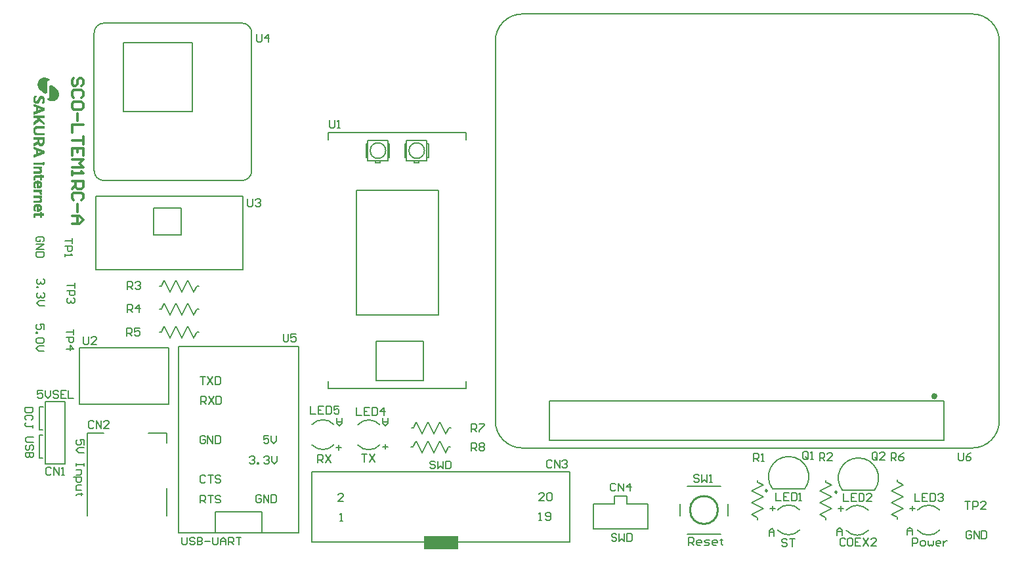
<source format=gto>
G04*
G04 #@! TF.GenerationSoftware,Altium Limited,Altium Designer,20.1.14 (287)*
G04*
G04 Layer_Color=65535*
%FSLAX44Y44*%
%MOMM*%
G71*
G04*
G04 #@! TF.SameCoordinates,9E3E63A2-1E6E-47A1-B23A-5F7B0E76B0C2*
G04*
G04*
G04 #@! TF.FilePolarity,Positive*
G04*
G01*
G75*
%ADD10C,0.2000*%
%ADD11C,0.3810*%
%ADD12C,0.2500*%
%ADD13C,0.0081*%
%ADD14C,0.1524*%
%ADD15C,0.3000*%
%ADD16R,4.5000X1.8000*%
D10*
X299700Y667800D02*
G03*
X287000Y680500I-12700J0D01*
G01*
X109200D02*
G03*
X96500Y667800I0J-12700D01*
G01*
Y490000D02*
G03*
X109200Y477300I12700J0D01*
G01*
X287000D02*
G03*
X299700Y490000I0J12700D01*
G01*
X1228900Y132300D02*
G03*
X1263900Y167300I0J35000D01*
G01*
Y657300D02*
G03*
X1228900Y692300I-35000J0D01*
G01*
X648900D02*
G03*
X613900Y657300I0J-35000D01*
G01*
Y167300D02*
G03*
X648900Y132300I35000J0D01*
G01*
X767250Y59750D02*
G03*
X767750Y60250I0J500D01*
G01*
X810750Y59750D02*
G03*
X810250Y60250I-500J0D01*
G01*
X472500Y516000D02*
G03*
X472500Y516000I-10000J0D01*
G01*
X522500D02*
G03*
X522500Y516000I-10000J0D01*
G01*
X901500Y52250D02*
G03*
X901500Y52250I-18500J0D01*
G01*
X900500D02*
G03*
X900500Y52250I-17500J0D01*
G01*
X1102740Y77494D02*
G03*
X1061763Y77494I-20488J16007D01*
G01*
X1012740Y79244D02*
G03*
X971764Y79244I-20488J16007D01*
G01*
X1186806Y52349D02*
G03*
X1158594Y52349I-14106J-13099D01*
G01*
Y26151D02*
G03*
X1186806Y26151I14106J13099D01*
G01*
X1094856Y52099D02*
G03*
X1066644Y52099I-14106J-13099D01*
G01*
Y25901D02*
G03*
X1094856Y25901I14106J13099D01*
G01*
X1006356Y52599D02*
G03*
X978144Y52599I-14106J-13099D01*
G01*
Y26401D02*
G03*
X1006356Y26401I14106J13099D01*
G01*
X436644Y136151D02*
G03*
X464856Y136151I14106J13099D01*
G01*
Y162349D02*
G03*
X436644Y162349I-14106J-13099D01*
G01*
X377394Y136401D02*
G03*
X405606Y136401I14106J13099D01*
G01*
Y162599D02*
G03*
X377394Y162599I-14106J-13099D01*
G01*
X25444Y148738D02*
X30444D01*
X25444Y118988D02*
Y148738D01*
Y118988D02*
X29944D01*
X25750Y155750D02*
X30250D01*
X25750D02*
Y185500D01*
X30750D01*
X109200Y680500D02*
X287000D01*
X96500Y490000D02*
Y667800D01*
X109200Y477300D02*
X287000D01*
X299700Y490000D02*
Y667800D01*
X134600Y655100D02*
X223500D01*
X134600Y566200D02*
Y655100D01*
Y566200D02*
X223500D01*
Y655100D01*
X648900Y132300D02*
X1228900D01*
X1263900Y167300D02*
Y657300D01*
X683900Y192700D02*
X1192900D01*
X683900Y141900D02*
X1192900D01*
Y192700D01*
X683900Y141900D02*
Y192700D01*
X648900Y692300D02*
X1228900D01*
X613900Y167300D02*
Y657300D01*
X313000Y23000D02*
Y50000D01*
X253000D02*
X313000D01*
X253000Y23000D02*
Y50000D01*
X205700Y23000D02*
Y263000D01*
X360300D01*
Y23000D02*
Y263000D01*
X205700Y23000D02*
X360300D01*
X740750Y27750D02*
Y59750D01*
X810750Y27750D02*
Y59750D01*
X740750Y27750D02*
X810750D01*
X767750Y60250D02*
Y70000D01*
X783848D01*
Y60250D02*
Y70000D01*
X740750Y59750D02*
X767250D01*
X783848Y60250D02*
X810250D01*
X98400Y362250D02*
X288400D01*
X98400D02*
Y457250D01*
X288400D01*
Y362250D02*
Y457250D01*
X173400Y407250D02*
Y442250D01*
Y407250D02*
X208400D01*
Y442250D01*
X173400D02*
X208400D01*
X88000Y44768D02*
Y151750D01*
X108500D01*
X190000Y45268D02*
Y80768D01*
X166000Y151750D02*
X190000D01*
Y138768D02*
Y151750D01*
X33750Y111500D02*
X58750D01*
Y192000D01*
X33750D02*
X58750D01*
X33750Y111500D02*
Y192000D01*
X508140Y158000D02*
X511950Y165620D01*
X519570Y150380D01*
X553860Y158000D02*
X556400D01*
X505600D02*
X508140D01*
X519570Y150380D02*
X527190Y165620D01*
X534810Y150380D01*
X542430Y165620D01*
X550050Y150380D02*
X553860Y158000D01*
X542430Y165620D02*
X550050Y150380D01*
X507890Y133750D02*
X511700Y141370D01*
X519320Y126130D01*
X553610Y133750D02*
X556150D01*
X505350D02*
X507890D01*
X519320Y126130D02*
X526940Y141370D01*
X534560Y126130D01*
X542180Y141370D01*
X549800Y126130D02*
X553610Y133750D01*
X542180Y141370D02*
X549800Y126130D01*
X225050Y274130D02*
X228860Y281750D01*
X217430Y289370D02*
X225050Y274130D01*
X180600Y281750D02*
X183140D01*
X228860D02*
X231400D01*
X209810Y274130D02*
X217430Y289370D01*
X202190D02*
X209810Y274130D01*
X194570D02*
X202190Y289370D01*
X183140Y281750D02*
X186950Y289370D01*
X194570Y274130D01*
X709900Y11200D02*
Y101200D01*
X377300D02*
X709900D01*
X377300Y11200D02*
X709900D01*
X377300D02*
Y101200D01*
X183140Y341500D02*
X186950Y349120D01*
X194570Y333880D01*
X228860Y341500D02*
X231400D01*
X180600D02*
X183140D01*
X194570Y333880D02*
X202190Y349120D01*
X209810Y333880D01*
X217430Y349120D01*
X225050Y333880D02*
X228860Y341500D01*
X217430Y349120D02*
X225050Y333880D01*
X183140Y311750D02*
X186950Y319370D01*
X194570Y304130D01*
X228860Y311750D02*
X231400D01*
X180600D02*
X183140D01*
X194570Y304130D02*
X202190Y319370D01*
X209810Y304130D01*
X217430Y319370D01*
X225050Y304130D02*
X228860Y311750D01*
X217430Y319370D02*
X225050Y304130D01*
X447500Y507000D02*
X449500D01*
X447500Y525000D02*
X449500D01*
X475500Y507000D02*
X477500D01*
X475500Y525000D02*
X477500D01*
X497500Y507000D02*
X499500D01*
X497500Y525000D02*
X499500D01*
X509500Y500500D02*
X515500D01*
X460500Y219000D02*
Y270000D01*
X449500Y503000D02*
Y529000D01*
X447500Y507000D02*
Y525000D01*
X459500Y500500D02*
Y503000D01*
X475500D02*
Y529000D01*
X477500Y507000D02*
Y525000D01*
X497500Y507000D02*
Y525000D01*
X499500Y503000D02*
Y529000D01*
X515500Y500500D02*
Y503000D01*
X509500Y500500D02*
Y503000D01*
X525500D02*
Y529000D01*
X527500Y507000D02*
Y525000D01*
X434498Y303752D02*
Y464752D01*
X540498Y303752D02*
Y464752D01*
X459500Y500500D02*
X465500D01*
X449500Y503000D02*
X475500D01*
X449500Y529000D02*
X475500D01*
X525500Y507000D02*
X527500D01*
X499500Y503000D02*
X525500D01*
Y525000D02*
X527500D01*
X499500Y529000D02*
X525500D01*
X465500Y500500D02*
Y503000D01*
X460500Y219000D02*
X521500D01*
X460500Y270000D02*
X521500D01*
X434498Y303752D02*
X540498D01*
X434498Y464752D02*
X540498D01*
X521500Y219000D02*
Y270000D01*
X398500Y530000D02*
Y539000D01*
X576500D01*
Y530000D02*
Y539000D01*
Y209000D02*
Y218000D01*
X398500Y209000D02*
X576500D01*
X398500D02*
Y218000D01*
X77600Y188750D02*
Y261750D01*
X192400D01*
Y188750D02*
Y261750D01*
X77600Y188750D02*
X192400D01*
X861500Y21250D02*
X904500D01*
X852000Y44500D02*
Y60000D01*
X861500Y83250D02*
X904500D01*
X914000Y44500D02*
Y60000D01*
X1124880Y46700D02*
X1132500Y42890D01*
X1124880Y46700D02*
X1140120Y54320D01*
X1132500Y88610D02*
Y91150D01*
Y40350D02*
Y42890D01*
X1124880Y61940D02*
X1140120Y54320D01*
X1124880Y61940D02*
X1140120Y69560D01*
X1124880Y77180D02*
X1140120Y69560D01*
X1132500Y88610D02*
X1140120Y84800D01*
X1124880Y77180D02*
X1140120Y84800D01*
X1040500Y88360D02*
X1048120Y84550D01*
X1032880Y76930D02*
X1048120Y84550D01*
X1040500Y40100D02*
Y42640D01*
Y88360D02*
Y90900D01*
X1032880Y76930D02*
X1048120Y69310D01*
X1032880Y61690D02*
X1048120Y69310D01*
X1032880Y61690D02*
X1048120Y54070D01*
X1032880Y46450D02*
X1040500Y42640D01*
X1032880Y46450D02*
X1048120Y54070D01*
X952250Y88110D02*
X959870Y84300D01*
X944630Y76680D02*
X959870Y84300D01*
X952250Y39850D02*
Y42390D01*
Y88110D02*
Y90650D01*
X944630Y76680D02*
X959870Y69060D01*
X944630Y61440D02*
X959870Y69060D01*
X944630Y61440D02*
X959870Y53820D01*
X944630Y46200D02*
X952250Y42390D01*
X944630Y46200D02*
X959870Y53820D01*
X1061763Y77494D02*
X1102740D01*
X971764Y79244D02*
X1012740D01*
X30164Y206497D02*
X23500D01*
Y201498D01*
X26832Y203165D01*
X28498D01*
X30164Y201498D01*
Y198166D01*
X28498Y196500D01*
X25166D01*
X23500Y198166D01*
X33497Y206497D02*
Y199832D01*
X36829Y196500D01*
X40161Y199832D01*
Y206497D01*
X50158Y204831D02*
X48492Y206497D01*
X45160D01*
X43494Y204831D01*
Y203165D01*
X45160Y201498D01*
X48492D01*
X50158Y199832D01*
Y198166D01*
X48492Y196500D01*
X45160D01*
X43494Y198166D01*
X60155Y206497D02*
X53490D01*
Y196500D01*
X60155D01*
X53490Y201498D02*
X56823D01*
X63487Y206497D02*
Y196500D01*
X70152D01*
X17497Y184750D02*
X7500D01*
Y179752D01*
X9166Y178085D01*
X15831D01*
X17497Y179752D01*
Y184750D01*
X15831Y168089D02*
X17497Y169755D01*
Y173087D01*
X15831Y174753D01*
X9166D01*
X7500Y173087D01*
Y169755D01*
X9166Y168089D01*
X17497Y158092D02*
Y161424D01*
Y159758D01*
X9166D01*
X7500Y161424D01*
Y163090D01*
X9166Y164756D01*
X1065164Y14081D02*
X1063498Y15747D01*
X1060166D01*
X1058500Y14081D01*
Y7416D01*
X1060166Y5750D01*
X1063498D01*
X1065164Y7416D01*
X1073495Y15747D02*
X1070163D01*
X1068497Y14081D01*
Y7416D01*
X1070163Y5750D01*
X1073495D01*
X1075161Y7416D01*
Y14081D01*
X1073495Y15747D01*
X1085158D02*
X1078494D01*
Y5750D01*
X1085158D01*
X1078494Y10748D02*
X1081826D01*
X1088490Y15747D02*
X1095155Y5750D01*
Y15747D02*
X1088490Y5750D01*
X1105152D02*
X1098487D01*
X1105152Y12414D01*
Y14081D01*
X1103485Y15747D01*
X1100153D01*
X1098487Y14081D01*
X83079Y136086D02*
Y142750D01*
X78081D01*
X79747Y139418D01*
Y137752D01*
X78081Y136086D01*
X74748D01*
X73082Y137752D01*
Y141084D01*
X74748Y142750D01*
X83079Y132753D02*
X76414D01*
X73082Y129421D01*
X76414Y126089D01*
X83079D01*
Y112760D02*
Y109427D01*
Y111094D01*
X73082D01*
Y112760D01*
Y109427D01*
Y104429D02*
X79747D01*
Y99431D01*
X78081Y97765D01*
X73082D01*
X69750Y94432D02*
X79747D01*
Y89434D01*
X78081Y87768D01*
X74748D01*
X73082Y89434D01*
Y94432D01*
X79747Y84436D02*
X74748D01*
X73082Y82769D01*
Y77771D01*
X79747D01*
X81413Y72772D02*
X79747D01*
Y74439D01*
Y71106D01*
Y72772D01*
X74748D01*
X73082Y71106D01*
X209500Y17247D02*
Y8916D01*
X211166Y7250D01*
X214498D01*
X216164Y8916D01*
Y17247D01*
X226161Y15581D02*
X224495Y17247D01*
X221163D01*
X219497Y15581D01*
Y13915D01*
X221163Y12248D01*
X224495D01*
X226161Y10582D01*
Y8916D01*
X224495Y7250D01*
X221163D01*
X219497Y8916D01*
X229494Y17247D02*
Y7250D01*
X234492D01*
X236158Y8916D01*
Y10582D01*
X234492Y12248D01*
X229494D01*
X234492D01*
X236158Y13915D01*
Y15581D01*
X234492Y17247D01*
X229494D01*
X239490Y12248D02*
X246155D01*
X249487Y17247D02*
Y8916D01*
X251153Y7250D01*
X254485D01*
X256152Y8916D01*
Y17247D01*
X259484Y7250D02*
Y13915D01*
X262816Y17247D01*
X266148Y13915D01*
Y7250D01*
Y12248D01*
X259484D01*
X269481Y7250D02*
Y17247D01*
X274479D01*
X276145Y15581D01*
Y12248D01*
X274479Y10582D01*
X269481D01*
X272813D02*
X276145Y7250D01*
X279477Y17247D02*
X286142D01*
X282810D01*
Y7250D01*
X536549Y113870D02*
X534883Y115536D01*
X531551D01*
X529885Y113870D01*
Y112204D01*
X531551Y110538D01*
X534883D01*
X536549Y108872D01*
Y107206D01*
X534883Y105539D01*
X531551D01*
X529885Y107206D01*
X539882Y115536D02*
Y105539D01*
X543214Y108872D01*
X546546Y105539D01*
Y115536D01*
X549878D02*
Y105539D01*
X554877D01*
X556543Y107206D01*
Y113870D01*
X554877Y115536D01*
X549878D01*
X770415Y20081D02*
X768748Y21747D01*
X765416D01*
X763750Y20081D01*
Y18414D01*
X765416Y16748D01*
X768748D01*
X770415Y15082D01*
Y13416D01*
X768748Y11750D01*
X765416D01*
X763750Y13416D01*
X773747Y21747D02*
Y11750D01*
X777079Y15082D01*
X780411Y11750D01*
Y21747D01*
X783744D02*
Y11750D01*
X788742D01*
X790408Y13416D01*
Y20081D01*
X788742Y21747D01*
X783744D01*
X340419Y278998D02*
Y270668D01*
X342085Y269002D01*
X345418D01*
X347084Y270668D01*
Y278998D01*
X357081D02*
X350416D01*
Y274000D01*
X353748Y275666D01*
X355415D01*
X357081Y274000D01*
Y270668D01*
X355415Y269002D01*
X352082D01*
X350416Y270668D01*
X239664Y146331D02*
X237998Y147997D01*
X234666D01*
X233000Y146331D01*
Y139666D01*
X234666Y138000D01*
X237998D01*
X239664Y139666D01*
Y142998D01*
X236332D01*
X242997Y138000D02*
Y147997D01*
X249661Y138000D01*
Y147997D01*
X252994D02*
Y138000D01*
X257992D01*
X259658Y139666D01*
Y146331D01*
X257992Y147997D01*
X252994D01*
X233000Y223997D02*
X239664D01*
X236332D01*
Y214000D01*
X242997Y223997D02*
X249661Y214000D01*
Y223997D02*
X242997Y214000D01*
X252994Y223997D02*
Y214000D01*
X257992D01*
X259658Y215666D01*
Y222331D01*
X257992Y223997D01*
X252994D01*
X234000Y189000D02*
Y198997D01*
X238998D01*
X240665Y197331D01*
Y193998D01*
X238998Y192332D01*
X234000D01*
X237332D02*
X240665Y189000D01*
X243997Y198997D02*
X250661Y189000D01*
Y198997D02*
X243997Y189000D01*
X253993Y198997D02*
Y189000D01*
X258992D01*
X260658Y190666D01*
Y197331D01*
X258992Y198997D01*
X253993D01*
X311665Y70331D02*
X309998Y71997D01*
X306666D01*
X305000Y70331D01*
Y63666D01*
X306666Y62000D01*
X309998D01*
X311665Y63666D01*
Y66998D01*
X308332D01*
X314997Y62000D02*
Y71997D01*
X321661Y62000D01*
Y71997D01*
X324994D02*
Y62000D01*
X329992D01*
X331658Y63666D01*
Y70331D01*
X329992Y71997D01*
X324994D01*
X321665Y147997D02*
X315000D01*
Y142998D01*
X318332Y144664D01*
X319998D01*
X321665Y142998D01*
Y139666D01*
X319998Y138000D01*
X316666D01*
X315000Y139666D01*
X324997Y147997D02*
Y141332D01*
X328329Y138000D01*
X331661Y141332D01*
Y147997D01*
X297000Y120331D02*
X298666Y121997D01*
X301998D01*
X303664Y120331D01*
Y118665D01*
X301998Y116998D01*
X300332D01*
X301998D01*
X303664Y115332D01*
Y113666D01*
X301998Y112000D01*
X298666D01*
X297000Y113666D01*
X306997Y112000D02*
Y113666D01*
X308663D01*
Y112000D01*
X306997D01*
X315327Y120331D02*
X316994Y121997D01*
X320326D01*
X321992Y120331D01*
Y118665D01*
X320326Y116998D01*
X318660D01*
X320326D01*
X321992Y115332D01*
Y113666D01*
X320326Y112000D01*
X316994D01*
X315327Y113666D01*
X325324Y121997D02*
Y115332D01*
X328656Y112000D01*
X331989Y115332D01*
Y121997D01*
X239790Y95717D02*
X238123Y97383D01*
X234791D01*
X233125Y95717D01*
Y89052D01*
X234791Y87386D01*
X238123D01*
X239790Y89052D01*
X243122Y97383D02*
X249786D01*
X246454D01*
Y87386D01*
X259783Y95717D02*
X258117Y97383D01*
X254785D01*
X253119Y95717D01*
Y94051D01*
X254785Y92385D01*
X258117D01*
X259783Y90719D01*
Y89052D01*
X258117Y87386D01*
X254785D01*
X253119Y89052D01*
X233125Y61386D02*
Y71383D01*
X238123D01*
X239790Y69717D01*
Y66385D01*
X238123Y64719D01*
X233125D01*
X236457D02*
X239790Y61386D01*
X243122Y71383D02*
X249786D01*
X246454D01*
Y61386D01*
X259783Y69717D02*
X258117Y71383D01*
X254785D01*
X253119Y69717D01*
Y68051D01*
X254785Y66385D01*
X258117D01*
X259783Y64719D01*
Y63053D01*
X258117Y61386D01*
X254785D01*
X253119Y63053D01*
X769335Y85082D02*
X767669Y86748D01*
X764337D01*
X762671Y85082D01*
Y78418D01*
X764337Y76752D01*
X767669D01*
X769335Y78418D01*
X772668Y76752D02*
Y86748D01*
X779332Y76752D01*
Y86748D01*
X787663Y76752D02*
Y86748D01*
X782664Y81750D01*
X789329D01*
X1227862Y23871D02*
X1226196Y25537D01*
X1222864D01*
X1221198Y23871D01*
Y17206D01*
X1222864Y15540D01*
X1226196D01*
X1227862Y17206D01*
Y20538D01*
X1224530D01*
X1231194Y15540D02*
Y25537D01*
X1237859Y15540D01*
Y25537D01*
X1241191D02*
Y15540D01*
X1246190D01*
X1247856Y17206D01*
Y23871D01*
X1246190Y25537D01*
X1241191D01*
X1219921Y63248D02*
X1226585D01*
X1223253D01*
Y53252D01*
X1229918D02*
Y63248D01*
X1234916D01*
X1236582Y61582D01*
Y58250D01*
X1234916Y56584D01*
X1229918D01*
X1246579Y53252D02*
X1239914D01*
X1246579Y59916D01*
Y61582D01*
X1244913Y63248D01*
X1241581D01*
X1239914Y61582D01*
X1210919Y125998D02*
Y117668D01*
X1212586Y116002D01*
X1215918D01*
X1217584Y117668D01*
Y125998D01*
X1227581D02*
X1224248Y124332D01*
X1220916Y121000D01*
Y117668D01*
X1222582Y116002D01*
X1225915D01*
X1227581Y117668D01*
Y119334D01*
X1225915Y121000D01*
X1220916D01*
X305919Y665998D02*
Y657668D01*
X307586Y656002D01*
X310918D01*
X312584Y657668D01*
Y665998D01*
X320914Y656002D02*
Y665998D01*
X315916Y661000D01*
X322581D01*
X294169Y453748D02*
Y445418D01*
X295835Y443752D01*
X299168D01*
X300834Y445418D01*
Y453748D01*
X304166Y452082D02*
X305832Y453748D01*
X309165D01*
X310831Y452082D01*
Y450416D01*
X309165Y448750D01*
X307498D01*
X309165D01*
X310831Y447084D01*
Y445418D01*
X309165Y443752D01*
X305832D01*
X304166Y445418D01*
X95836Y166082D02*
X94169Y167748D01*
X90837D01*
X89171Y166082D01*
Y159418D01*
X90837Y157752D01*
X94169D01*
X95836Y159418D01*
X99168Y157752D02*
Y167748D01*
X105832Y157752D01*
Y167748D01*
X115829Y157752D02*
X109164D01*
X115829Y164416D01*
Y166082D01*
X114163Y167748D01*
X110831D01*
X109164Y166082D01*
X41252Y105582D02*
X39585Y107248D01*
X36253D01*
X34587Y105582D01*
Y98918D01*
X36253Y97252D01*
X39585D01*
X41252Y98918D01*
X44584Y97252D02*
Y107248D01*
X51248Y97252D01*
Y107248D01*
X54581Y97252D02*
X57913D01*
X56247D01*
Y107248D01*
X54581Y105582D01*
X17997Y146500D02*
X9666D01*
X8000Y144834D01*
Y141502D01*
X9666Y139836D01*
X17997D01*
X16331Y129839D02*
X17997Y131505D01*
Y134837D01*
X16331Y136503D01*
X14664D01*
X12998Y134837D01*
Y131505D01*
X11332Y129839D01*
X9666D01*
X8000Y131505D01*
Y134837D01*
X9666Y136503D01*
X17997Y126507D02*
X8000D01*
Y121508D01*
X9666Y119842D01*
X11332D01*
X12998Y121508D01*
Y126507D01*
Y121508D01*
X14664Y119842D01*
X16331D01*
X17997Y121508D01*
Y126507D01*
X68498Y402663D02*
Y395998D01*
Y399331D01*
X58502D01*
Y392666D02*
X68498D01*
Y387668D01*
X66832Y386002D01*
X63500D01*
X61834Y387668D01*
Y392666D01*
X58502Y382669D02*
Y379337D01*
Y381003D01*
X68498D01*
X66832Y382669D01*
X31497Y285585D02*
Y292250D01*
X26498D01*
X28165Y288918D01*
Y287252D01*
X26498Y285585D01*
X23166D01*
X21500Y287252D01*
Y290584D01*
X23166Y292250D01*
X21500Y282253D02*
X23166D01*
Y280587D01*
X21500D01*
Y282253D01*
X29831Y273923D02*
X31497Y272256D01*
Y268924D01*
X29831Y267258D01*
X23166D01*
X21500Y268924D01*
Y272256D01*
X23166Y273923D01*
X29831D01*
X31497Y263926D02*
X24832D01*
X21500Y260593D01*
X24832Y257261D01*
X31497D01*
X30581Y350750D02*
X32247Y349084D01*
Y345752D01*
X30581Y344086D01*
X28914D01*
X27248Y345752D01*
Y347418D01*
Y345752D01*
X25582Y344086D01*
X23916D01*
X22250Y345752D01*
Y349084D01*
X23916Y350750D01*
X22250Y340753D02*
X23916D01*
Y339087D01*
X22250D01*
Y340753D01*
X30581Y332423D02*
X32247Y330756D01*
Y327424D01*
X30581Y325758D01*
X28914D01*
X27248Y327424D01*
Y329090D01*
Y327424D01*
X25582Y325758D01*
X23916D01*
X22250Y327424D01*
Y330756D01*
X23916Y332423D01*
X32247Y322426D02*
X25582D01*
X22250Y319093D01*
X25582Y315761D01*
X32247D01*
X30081Y398335D02*
X31747Y400002D01*
Y403334D01*
X30081Y405000D01*
X23416D01*
X21750Y403334D01*
Y400002D01*
X23416Y398335D01*
X26748D01*
Y401668D01*
X21750Y395003D02*
X31747D01*
X21750Y388339D01*
X31747D01*
Y385006D02*
X21750D01*
Y380008D01*
X23416Y378342D01*
X30081D01*
X31747Y380008D01*
Y385006D01*
X71498Y345579D02*
Y338914D01*
Y342247D01*
X61502D01*
Y335582D02*
X71498D01*
Y330584D01*
X69832Y328918D01*
X66500D01*
X64834Y330584D01*
Y335582D01*
X69832Y325585D02*
X71498Y323919D01*
Y320587D01*
X69832Y318921D01*
X68166D01*
X66500Y320587D01*
Y322253D01*
Y320587D01*
X64834Y318921D01*
X63168D01*
X61502Y320587D01*
Y323919D01*
X63168Y325585D01*
X70248Y285079D02*
Y278414D01*
Y281747D01*
X60252D01*
Y275082D02*
X70248D01*
Y270084D01*
X68582Y268418D01*
X65250D01*
X63584Y270084D01*
Y275082D01*
X60252Y260087D02*
X70248D01*
X65250Y265086D01*
Y258421D01*
X582919Y153252D02*
Y163248D01*
X587918D01*
X589584Y161582D01*
Y158250D01*
X587918Y156584D01*
X582919D01*
X586252D02*
X589584Y153252D01*
X592916Y163248D02*
X599581D01*
Y161582D01*
X592916Y154918D01*
Y153252D01*
X583169Y128502D02*
Y138498D01*
X588168D01*
X589834Y136832D01*
Y133500D01*
X588168Y131834D01*
X583169D01*
X586502D02*
X589834Y128502D01*
X593166Y136832D02*
X594832Y138498D01*
X598164D01*
X599831Y136832D01*
Y135166D01*
X598164Y133500D01*
X599831Y131834D01*
Y130168D01*
X598164Y128502D01*
X594832D01*
X593166Y130168D01*
Y131834D01*
X594832Y133500D01*
X593166Y135166D01*
Y136832D01*
X594832Y133500D02*
X598164D01*
X990415Y13581D02*
X988748Y15247D01*
X985416D01*
X983750Y13581D01*
Y11914D01*
X985416Y10248D01*
X988748D01*
X990415Y8582D01*
Y6916D01*
X988748Y5250D01*
X985416D01*
X983750Y6916D01*
X993747Y15247D02*
X1000411D01*
X997079D01*
Y5250D01*
X1152000Y6000D02*
Y15997D01*
X1156998D01*
X1158664Y14331D01*
Y10998D01*
X1156998Y9332D01*
X1152000D01*
X1163663Y6000D02*
X1166995D01*
X1168661Y7666D01*
Y10998D01*
X1166995Y12665D01*
X1163663D01*
X1161997Y10998D01*
Y7666D01*
X1163663Y6000D01*
X1171994Y12665D02*
Y7666D01*
X1173660Y6000D01*
X1175326Y7666D01*
X1176992Y6000D01*
X1178658Y7666D01*
Y12665D01*
X1186989Y6000D02*
X1183656D01*
X1181990Y7666D01*
Y10998D01*
X1183656Y12665D01*
X1186989D01*
X1188655Y10998D01*
Y9332D01*
X1181990D01*
X1191987Y12665D02*
Y6000D01*
Y9332D01*
X1193653Y10998D01*
X1195319Y12665D01*
X1196985D01*
X863500Y6750D02*
Y16747D01*
X868498D01*
X870164Y15081D01*
Y11748D01*
X868498Y10082D01*
X863500D01*
X866832D02*
X870164Y6750D01*
X878495D02*
X875163D01*
X873497Y8416D01*
Y11748D01*
X875163Y13414D01*
X878495D01*
X880161Y11748D01*
Y10082D01*
X873497D01*
X883494Y6750D02*
X888492D01*
X890158Y8416D01*
X888492Y10082D01*
X885160D01*
X883494Y11748D01*
X885160Y13414D01*
X890158D01*
X898489Y6750D02*
X895156D01*
X893490Y8416D01*
Y11748D01*
X895156Y13414D01*
X898489D01*
X900155Y11748D01*
Y10082D01*
X893490D01*
X905153Y15081D02*
Y13414D01*
X903487D01*
X906819D01*
X905153D01*
Y8416D01*
X906819Y6750D01*
X384750Y113500D02*
Y123497D01*
X389748D01*
X391414Y121831D01*
Y118498D01*
X389748Y116832D01*
X384750D01*
X388082D02*
X391414Y113500D01*
X394747Y123497D02*
X401411Y113500D01*
Y123497D02*
X394747Y113500D01*
X441750Y124497D02*
X448414D01*
X445082D01*
Y114500D01*
X451747Y124497D02*
X458411Y114500D01*
Y124497D02*
X451747Y114500D01*
X138669Y276752D02*
Y286748D01*
X143668D01*
X145334Y285082D01*
Y281750D01*
X143668Y280084D01*
X138669D01*
X142002D02*
X145334Y276752D01*
X155331Y286748D02*
X148666D01*
Y281750D01*
X151998Y283416D01*
X153665D01*
X155331Y281750D01*
Y278418D01*
X153665Y276752D01*
X150332D01*
X148666Y278418D01*
X686835Y114832D02*
X685169Y116498D01*
X681837D01*
X680171Y114832D01*
Y108168D01*
X681837Y106502D01*
X685169D01*
X686835Y108168D01*
X690168Y106502D02*
Y116498D01*
X696832Y106502D01*
Y116498D01*
X700164Y114832D02*
X701831Y116498D01*
X705163D01*
X706829Y114832D01*
Y113166D01*
X705163Y111500D01*
X703497D01*
X705163D01*
X706829Y109834D01*
Y108168D01*
X705163Y106502D01*
X701831D01*
X700164Y108168D01*
X139169Y337252D02*
Y347248D01*
X144168D01*
X145834Y345582D01*
Y342250D01*
X144168Y340584D01*
X139169D01*
X142502D02*
X145834Y337252D01*
X149166Y345582D02*
X150832Y347248D01*
X154164D01*
X155831Y345582D01*
Y343916D01*
X154164Y342250D01*
X152498D01*
X154164D01*
X155831Y340584D01*
Y338918D01*
X154164Y337252D01*
X150832D01*
X149166Y338918D01*
X139419Y307252D02*
Y317248D01*
X144418D01*
X146084Y315582D01*
Y312250D01*
X144418Y310584D01*
X139419D01*
X142752D02*
X146084Y307252D01*
X154415D02*
Y317248D01*
X149416Y312250D01*
X156081D01*
X400386Y555548D02*
Y547218D01*
X402052Y545552D01*
X405384D01*
X407050Y547218D01*
Y555548D01*
X410382Y545552D02*
X413714D01*
X412048D01*
Y555548D01*
X410382Y553882D01*
X82419Y276248D02*
Y267918D01*
X84086Y266252D01*
X87418D01*
X89084Y267918D01*
Y276248D01*
X99081Y266252D02*
X92416D01*
X99081Y272916D01*
Y274582D01*
X97415Y276248D01*
X94082D01*
X92416Y274582D01*
X876752Y96332D02*
X875086Y97998D01*
X871753D01*
X870087Y96332D01*
Y94666D01*
X871753Y93000D01*
X875086D01*
X876752Y91334D01*
Y89668D01*
X875086Y88002D01*
X871753D01*
X870087Y89668D01*
X880084Y97998D02*
Y88002D01*
X883416Y91334D01*
X886748Y88002D01*
Y97998D01*
X890081Y88002D02*
X893413D01*
X891747D01*
Y97998D01*
X890081Y96332D01*
X1124419Y115752D02*
Y125748D01*
X1129418D01*
X1131084Y124082D01*
Y120750D01*
X1129418Y119084D01*
X1124419D01*
X1127752D02*
X1131084Y115752D01*
X1141081Y125748D02*
X1137748Y124082D01*
X1134416Y120750D01*
Y117418D01*
X1136082Y115752D01*
X1139415D01*
X1141081Y117418D01*
Y119084D01*
X1139415Y120750D01*
X1134416D01*
X1032169Y116002D02*
Y125998D01*
X1037168D01*
X1038834Y124332D01*
Y121000D01*
X1037168Y119334D01*
X1032169D01*
X1035502D02*
X1038834Y116002D01*
X1048831D02*
X1042166D01*
X1048831Y122666D01*
Y124332D01*
X1047165Y125998D01*
X1043832D01*
X1042166Y124332D01*
X946835Y115502D02*
Y125498D01*
X951834D01*
X953500Y123832D01*
Y120500D01*
X951834Y118834D01*
X946835D01*
X950168D02*
X953500Y115502D01*
X956832D02*
X960164D01*
X958498D01*
Y125498D01*
X956832Y123832D01*
X1106584Y118668D02*
Y125332D01*
X1104918Y126998D01*
X1101585D01*
X1099919Y125332D01*
Y118668D01*
X1101585Y117002D01*
X1104918D01*
X1103252Y120334D02*
X1106584Y117002D01*
X1104918D02*
X1106584Y118668D01*
X1116581Y117002D02*
X1109916D01*
X1116581Y123666D01*
Y125332D01*
X1114914Y126998D01*
X1111582D01*
X1109916Y125332D01*
X1017000Y119668D02*
Y126332D01*
X1015334Y127998D01*
X1012002D01*
X1010335Y126332D01*
Y119668D01*
X1012002Y118002D01*
X1015334D01*
X1013668Y121334D02*
X1017000Y118002D01*
X1015334D02*
X1017000Y119668D01*
X1020332Y118002D02*
X1023664D01*
X1021998D01*
Y127998D01*
X1020332Y126332D01*
X1154923Y73748D02*
Y63752D01*
X1161587D01*
X1171584Y73748D02*
X1164919D01*
Y63752D01*
X1171584D01*
X1164919Y68750D02*
X1168252D01*
X1174916Y73748D02*
Y63752D01*
X1179914D01*
X1181581Y65418D01*
Y72082D01*
X1179914Y73748D01*
X1174916D01*
X1184913Y72082D02*
X1186579Y73748D01*
X1189911D01*
X1191577Y72082D01*
Y70416D01*
X1189911Y68750D01*
X1188245D01*
X1189911D01*
X1191577Y67084D01*
Y65418D01*
X1189911Y63752D01*
X1186579D01*
X1184913Y65418D01*
X1148250Y54582D02*
X1154914D01*
X1151582Y57915D02*
Y51250D01*
X1145500Y20000D02*
Y26665D01*
X1148832Y29997D01*
X1152165Y26665D01*
Y20000D01*
Y24998D01*
X1145500D01*
X1062923Y73248D02*
Y63252D01*
X1069587D01*
X1079584Y73248D02*
X1072919D01*
Y63252D01*
X1079584D01*
X1072919Y68250D02*
X1076252D01*
X1082916Y73248D02*
Y63252D01*
X1087915D01*
X1089581Y64918D01*
Y71582D01*
X1087915Y73248D01*
X1082916D01*
X1099577Y63252D02*
X1092913D01*
X1099577Y69916D01*
Y71582D01*
X1097911Y73248D01*
X1094579D01*
X1092913Y71582D01*
X1056500Y54082D02*
X1063165D01*
X1059832Y57414D02*
Y50750D01*
X1054500Y19750D02*
Y26414D01*
X1057832Y29747D01*
X1061164Y26414D01*
Y19750D01*
Y24748D01*
X1054500D01*
X975839Y74498D02*
Y64502D01*
X982503D01*
X992500Y74498D02*
X985835D01*
Y64502D01*
X992500D01*
X985835Y69500D02*
X989168D01*
X995832Y74498D02*
Y64502D01*
X1000831D01*
X1002497Y66168D01*
Y72832D01*
X1000831Y74498D01*
X995832D01*
X1005829Y64502D02*
X1009161D01*
X1007495D01*
Y74498D01*
X1005829Y72832D01*
X968000Y54582D02*
X974665D01*
X971332Y57915D02*
Y51250D01*
X967000Y18500D02*
Y25164D01*
X970332Y28497D01*
X973664Y25164D01*
Y18500D01*
Y23498D01*
X967000D01*
X435173Y184748D02*
Y174752D01*
X441837D01*
X451834Y184748D02*
X445169D01*
Y174752D01*
X451834D01*
X445169Y179750D02*
X448502D01*
X455166Y184748D02*
Y174752D01*
X460164D01*
X461831Y176418D01*
Y183082D01*
X460164Y184748D01*
X455166D01*
X470161Y174752D02*
Y184748D01*
X465163Y179750D01*
X471827D01*
X475250Y134168D02*
X468586D01*
X471918Y130836D02*
Y137500D01*
X475250Y170750D02*
Y164086D01*
X471918Y160753D01*
X468586Y164086D01*
Y170750D01*
Y165752D01*
X475250D01*
X375673Y186248D02*
Y176252D01*
X382337D01*
X392334Y186248D02*
X385669D01*
Y176252D01*
X392334D01*
X385669Y181250D02*
X389002D01*
X395666Y186248D02*
Y176252D01*
X400665D01*
X402331Y177918D01*
Y184582D01*
X400665Y186248D01*
X395666D01*
X412327D02*
X405663D01*
Y181250D01*
X408995Y182916D01*
X410661D01*
X412327Y181250D01*
Y177918D01*
X410661Y176252D01*
X407329D01*
X405663Y177918D01*
X415250Y133168D02*
X408585D01*
X411918Y129836D02*
Y136500D01*
X416000Y171000D02*
Y164335D01*
X412668Y161003D01*
X409336Y164335D01*
Y171000D01*
Y166002D01*
X416000D01*
D11*
X1182085Y199050D02*
G03*
X1182085Y199050I-1905J0D01*
G01*
D12*
X1054670Y75394D02*
G03*
X1054670Y75394I-1250J0D01*
G01*
X964670Y77144D02*
G03*
X964670Y77144I-1250J0D01*
G01*
D13*
X50228Y588728D02*
Y589379D01*
X50146Y587672D02*
Y590354D01*
X50065Y587346D02*
Y590761D01*
X49984Y586940D02*
Y591167D01*
X49903Y586615D02*
Y591411D01*
X49821Y586371D02*
Y591736D01*
X49740Y586208D02*
Y591899D01*
X49659Y585883D02*
Y592224D01*
X49577Y585721D02*
Y592387D01*
X49496Y585558D02*
Y592549D01*
X49415Y585395D02*
Y592712D01*
X49334Y585233D02*
Y592956D01*
X49252Y585070D02*
Y593037D01*
X49171Y584908D02*
Y593200D01*
X49090Y584745D02*
Y593362D01*
X49008Y584582D02*
Y593525D01*
X48927Y584420D02*
Y593688D01*
X48846Y584339D02*
Y593769D01*
X48765Y584176D02*
Y593931D01*
X48683Y584095D02*
Y594013D01*
X48602Y583932D02*
Y594175D01*
X48521Y583932D02*
Y594257D01*
X48439Y583769D02*
Y594338D01*
X48358Y583688D02*
Y594419D01*
X48277Y583607D02*
Y594582D01*
X48195Y583444D02*
Y594663D01*
X48114Y583363D02*
Y594744D01*
X48033Y583282D02*
Y594826D01*
X47951Y583200D02*
Y594907D01*
X47870Y583119D02*
Y594988D01*
X47789Y583038D02*
Y595070D01*
X47708Y582957D02*
Y595151D01*
X47626Y582875D02*
Y595232D01*
X47545Y582794D02*
Y595313D01*
X47464Y582713D02*
Y595395D01*
X47382Y582713D02*
Y595476D01*
X47301Y582550D02*
Y595557D01*
X47220Y582550D02*
Y595639D01*
X47139Y582469D02*
Y595720D01*
X47057Y582388D02*
Y595720D01*
X46976Y582306D02*
Y595882D01*
X46895Y582306D02*
Y595882D01*
X46813Y582225D02*
Y595964D01*
X46732Y582144D02*
Y596045D01*
X46651Y582062D02*
Y596126D01*
X46569Y582062D02*
Y596208D01*
X46488Y581981D02*
Y596208D01*
X46407Y581900D02*
Y596289D01*
X46326Y581900D02*
Y596370D01*
X46244Y581818D02*
Y596452D01*
X46163Y581737D02*
Y596452D01*
X46082Y581737D02*
Y596533D01*
X46000Y581656D02*
Y596614D01*
X45919Y581656D02*
Y596696D01*
X45838Y581575D02*
Y596777D01*
X45757Y581493D02*
Y596858D01*
X45675Y581493D02*
Y596858D01*
X45594Y581412D02*
Y596939D01*
X45513Y581412D02*
Y597021D01*
X45431Y581331D02*
Y597102D01*
X45350Y581331D02*
Y597102D01*
X45269Y581249D02*
Y597265D01*
X45188Y581249D02*
Y597265D01*
X45106Y581249D02*
Y597346D01*
X45025Y581168D02*
Y597427D01*
X44944Y581168D02*
Y597508D01*
X44862Y581087D02*
Y597590D01*
X44781Y581087D02*
Y597590D01*
X44700Y581087D02*
Y597671D01*
X44618Y581005D02*
Y597752D01*
X44537Y581005D02*
Y597834D01*
X44456Y580924D02*
Y597915D01*
X44375Y580924D02*
Y597915D01*
X44293Y580924D02*
Y597996D01*
X44212Y580924D02*
Y598078D01*
X44131Y580843D02*
Y598159D01*
X44049Y580843D02*
Y598240D01*
X43968Y580843D02*
Y598240D01*
X43887Y580762D02*
Y598321D01*
X43805Y580762D02*
Y598403D01*
X43724Y580762D02*
Y598484D01*
X43643Y580762D02*
Y598565D01*
X43562Y580762D02*
Y598565D01*
X43480Y580680D02*
Y598647D01*
X43399Y580680D02*
Y598728D01*
X43318Y580680D02*
Y598809D01*
X43236Y580680D02*
Y598890D01*
X43155Y580599D02*
Y598890D01*
X43074Y580599D02*
Y598972D01*
X42993Y580599D02*
Y599053D01*
X42911Y580599D02*
Y599134D01*
X42830Y580599D02*
Y599216D01*
X42749Y580599D02*
Y599216D01*
X42667Y580599D02*
Y599378D01*
X42586Y580599D02*
Y599378D01*
X42505Y580518D02*
Y599459D01*
X42423Y580518D02*
Y599541D01*
X42342Y580518D02*
Y599622D01*
X42261Y580518D02*
Y599622D01*
X42179Y580518D02*
Y599703D01*
X42098Y580518D02*
Y599785D01*
X42017Y580518D02*
Y599866D01*
X41936Y580518D02*
Y599947D01*
X41854Y580518D02*
Y599947D01*
X41773Y580518D02*
Y600028D01*
X41692Y580518D02*
Y600028D01*
X41610Y580518D02*
Y600110D01*
X41529Y580518D02*
Y600110D01*
X41448Y580518D02*
Y600191D01*
X41367Y580518D02*
Y600191D01*
X41285Y580518D02*
Y600191D01*
X41204Y580518D02*
Y600272D01*
X41123Y580518D02*
Y600272D01*
X41041Y580518D02*
Y600272D01*
X40960Y580518D02*
Y600272D01*
X40879Y580518D02*
Y600272D01*
X40798Y580599D02*
Y600272D01*
X40716Y580599D02*
Y600272D01*
X40635Y580599D02*
Y600272D01*
X40554Y580599D02*
Y600272D01*
X40472Y580599D02*
Y600272D01*
X40391Y580599D02*
Y600272D01*
X40310Y580599D02*
Y600272D01*
X40229Y580599D02*
Y600191D01*
X40147Y580680D02*
Y600191D01*
X40066Y580680D02*
Y600191D01*
X39985Y580680D02*
Y600110D01*
X39903Y580680D02*
Y600110D01*
X39822Y580762D02*
Y600028D01*
X39741Y580762D02*
Y600028D01*
X39659Y580762D02*
Y599947D01*
X39578Y580762D02*
Y599947D01*
X39497Y580762D02*
Y599866D01*
X39416Y580843D02*
Y599785D01*
X39334Y580843D02*
Y599703D01*
X39253Y580843D02*
Y599622D01*
X39172Y580924D02*
Y599541D01*
X39090Y580924D02*
Y599459D01*
X39009Y580924D02*
Y599378D01*
X38928Y580924D02*
Y599216D01*
X38846Y581005D02*
Y599053D01*
X38765Y581005D02*
Y598728D01*
X38684Y581087D02*
Y586208D01*
X38603Y581087D02*
Y585558D01*
X38521Y581087D02*
Y585395D01*
X38440Y581168D02*
Y585070D01*
X38359Y581168D02*
Y584989D01*
X38277Y581249D02*
Y584745D01*
X38196Y581249D02*
Y584664D01*
X38115Y607670D02*
Y607752D01*
Y581249D02*
Y584501D01*
X38033Y607670D02*
Y607752D01*
Y581331D02*
Y584420D01*
X37952Y607589D02*
Y607914D01*
Y581412D02*
Y584257D01*
X37871Y607589D02*
Y607914D01*
Y581412D02*
Y584257D01*
X37790Y607589D02*
Y607995D01*
Y581412D02*
Y584095D01*
X37708Y607589D02*
Y608077D01*
Y581493D02*
Y584013D01*
X37627Y607589D02*
Y608158D01*
Y581575D02*
Y583932D01*
X37546Y607508D02*
Y608158D01*
Y581575D02*
Y583851D01*
X37464Y607508D02*
Y608239D01*
Y581656D02*
Y583769D01*
X37383Y607508D02*
Y608321D01*
Y581656D02*
Y583769D01*
X37302Y607426D02*
Y608402D01*
Y581737D02*
Y583688D01*
X37221Y607426D02*
Y608402D01*
Y581737D02*
Y583607D01*
X37139Y607426D02*
Y608483D01*
Y581818D02*
Y583526D01*
X37058Y607345D02*
Y608564D01*
Y581900D02*
Y583526D01*
X36977Y607264D02*
Y608646D01*
Y581900D02*
Y583444D01*
X36895Y607264D02*
Y608646D01*
Y581981D02*
Y583444D01*
X36814Y607264D02*
Y608727D01*
Y582062D02*
Y583363D01*
X36733Y607183D02*
Y608809D01*
Y582062D02*
Y583363D01*
X36651Y607101D02*
Y608890D01*
Y582144D02*
Y583282D01*
X36570Y607101D02*
Y608890D01*
Y582225D02*
Y583282D01*
X36489Y607020D02*
Y608971D01*
Y582306D02*
Y583200D01*
X36408Y606939D02*
Y608971D01*
Y582306D02*
Y583200D01*
X36326Y606857D02*
Y609052D01*
Y582388D02*
Y583200D01*
X36245Y606776D02*
Y609052D01*
Y582469D02*
Y583200D01*
X36164Y606776D02*
Y609134D01*
Y582550D02*
Y583119D01*
X36082Y606695D02*
Y609134D01*
Y582550D02*
Y583119D01*
X36001Y606614D02*
Y609215D01*
Y582713D02*
Y583119D01*
X35920Y606451D02*
Y609296D01*
Y582713D02*
Y583038D01*
X35838Y606370D02*
Y609296D01*
Y582794D02*
Y583038D01*
X35757Y606288D02*
Y609296D01*
Y582875D02*
Y583038D01*
X35676Y606126D02*
Y609378D01*
Y582957D02*
Y583038D01*
X35595Y606044D02*
Y609378D01*
X35513Y605882D02*
Y609459D01*
X35432Y605719D02*
Y609459D01*
X35351Y605557D02*
Y609459D01*
X35269Y605394D02*
Y609540D01*
X35188Y605150D02*
Y609540D01*
X35107Y604662D02*
Y609621D01*
X35026Y592062D02*
Y609621D01*
X34944Y591736D02*
Y609621D01*
X34863Y591574D02*
Y609703D01*
X34782Y591330D02*
Y609703D01*
X34700Y591249D02*
Y609784D01*
X34619Y591086D02*
Y609784D01*
X34538Y591086D02*
Y609784D01*
X34457Y590924D02*
Y609784D01*
X34375Y590924D02*
Y609865D01*
X34294Y590842D02*
Y609865D01*
X34213Y590761D02*
Y609865D01*
X34131Y590680D02*
Y609947D01*
X34050Y590680D02*
Y609947D01*
X33969Y590598D02*
Y609947D01*
X33887Y590598D02*
Y609947D01*
X33806Y590517D02*
Y609947D01*
X33725Y590517D02*
Y609947D01*
X33644Y590436D02*
Y610028D01*
X33562Y590436D02*
Y610028D01*
X33481Y590436D02*
Y610028D01*
X33400Y590436D02*
Y610028D01*
X33318Y590436D02*
Y610109D01*
X33237Y590436D02*
Y610109D01*
X33156Y590436D02*
Y610109D01*
X33075Y590354D02*
Y610109D01*
X32993Y590354D02*
Y610109D01*
X32912Y590354D02*
Y610109D01*
X32831Y590436D02*
Y610109D01*
X32749Y590436D02*
Y610109D01*
X32668Y590436D02*
Y610109D01*
X32587Y590436D02*
Y610109D01*
X32505Y590436D02*
Y610109D01*
X32424Y590436D02*
Y610109D01*
X32343Y590517D02*
Y610109D01*
X32262Y590517D02*
Y610109D01*
X32180Y590598D02*
Y610109D01*
Y499222D02*
Y499954D01*
X32099Y590598D02*
Y610109D01*
Y498897D02*
Y500198D01*
X32018Y590598D02*
Y610109D01*
Y498816D02*
Y500360D01*
X31936Y590680D02*
Y610109D01*
Y498653D02*
Y500442D01*
X31855Y590761D02*
Y610109D01*
Y498572D02*
Y500523D01*
X31774Y590842D02*
Y610109D01*
Y580599D02*
Y582550D01*
Y498491D02*
Y500686D01*
X31693Y590842D02*
Y610109D01*
Y580111D02*
Y582957D01*
Y568242D02*
Y570925D01*
Y513043D02*
Y515644D01*
Y498409D02*
Y500686D01*
X31611Y590924D02*
Y610109D01*
Y579542D02*
Y583444D01*
Y568242D02*
Y570925D01*
Y558649D02*
Y561251D01*
Y549951D02*
Y552227D01*
Y545073D02*
Y547674D01*
Y536456D02*
Y538488D01*
Y526700D02*
Y533204D01*
Y512961D02*
Y515725D01*
Y498328D02*
Y500767D01*
X31530Y591005D02*
Y610109D01*
Y579217D02*
Y583688D01*
Y568242D02*
Y571006D01*
Y558649D02*
Y561251D01*
Y550032D02*
Y552227D01*
Y545073D02*
Y547674D01*
Y536456D02*
Y538488D01*
Y526131D02*
Y533204D01*
Y512961D02*
Y515725D01*
Y498328D02*
Y500848D01*
X31449Y591086D02*
Y610109D01*
Y578892D02*
Y584013D01*
Y568161D02*
Y571006D01*
Y558649D02*
Y561251D01*
Y550032D02*
Y552308D01*
Y545073D02*
Y547674D01*
Y536456D02*
Y538488D01*
Y525643D02*
Y533204D01*
Y512880D02*
Y515725D01*
Y498247D02*
Y500848D01*
X31367Y591086D02*
Y610109D01*
Y578648D02*
Y584176D01*
Y568161D02*
Y571087D01*
Y558649D02*
Y561251D01*
Y550113D02*
Y552389D01*
Y545073D02*
Y547674D01*
Y536456D02*
Y538488D01*
Y525400D02*
Y533204D01*
Y512880D02*
Y515807D01*
Y498247D02*
Y500930D01*
X31286Y591249D02*
Y610109D01*
Y578323D02*
Y584420D01*
Y568079D02*
Y571087D01*
Y558649D02*
Y561251D01*
Y550195D02*
Y552471D01*
Y545073D02*
Y547674D01*
Y536456D02*
Y538488D01*
Y525074D02*
Y533204D01*
Y512880D02*
Y515807D01*
Y498166D02*
Y500930D01*
X31205Y591249D02*
Y610109D01*
Y578160D02*
Y584582D01*
Y568079D02*
Y571087D01*
Y558649D02*
Y561251D01*
Y550276D02*
Y552552D01*
Y545073D02*
Y547674D01*
Y536456D02*
Y538488D01*
Y524912D02*
Y533204D01*
Y512799D02*
Y515888D01*
Y498166D02*
Y501011D01*
X31123Y591330D02*
Y610109D01*
Y577916D02*
Y584745D01*
Y568079D02*
Y571169D01*
Y558649D02*
Y561251D01*
Y550357D02*
Y552633D01*
Y545073D02*
Y547674D01*
Y536456D02*
Y538488D01*
Y524668D02*
Y533204D01*
Y512799D02*
Y515888D01*
Y498166D02*
Y501011D01*
Y481500D02*
Y483939D01*
Y432641D02*
Y435162D01*
X31042Y591411D02*
Y610109D01*
Y577754D02*
Y584826D01*
Y567998D02*
Y571169D01*
Y558649D02*
Y561251D01*
Y550438D02*
Y552715D01*
Y545073D02*
Y547674D01*
Y536456D02*
Y538488D01*
Y524505D02*
Y533204D01*
Y512717D02*
Y515888D01*
Y498166D02*
Y501011D01*
Y481500D02*
Y483939D01*
Y432641D02*
Y435162D01*
X30961Y591493D02*
Y610109D01*
Y577672D02*
Y584989D01*
Y567998D02*
Y571250D01*
Y558649D02*
Y561251D01*
Y550520D02*
Y552715D01*
Y545073D02*
Y547674D01*
Y536456D02*
Y538488D01*
Y524343D02*
Y533204D01*
Y512717D02*
Y515969D01*
Y498084D02*
Y501011D01*
Y481500D02*
Y483939D01*
Y432641D02*
Y435162D01*
X30879Y591493D02*
Y610109D01*
Y577672D02*
Y585070D01*
Y567917D02*
Y571250D01*
Y558649D02*
Y561251D01*
Y550601D02*
Y552796D01*
Y545073D02*
Y547674D01*
Y536456D02*
Y538488D01*
Y524180D02*
Y533204D01*
Y512717D02*
Y515969D01*
Y498084D02*
Y501011D01*
Y481500D02*
Y483939D01*
Y432641D02*
Y435162D01*
X30798Y591574D02*
Y610028D01*
Y577672D02*
Y585233D01*
Y567917D02*
Y571250D01*
Y558649D02*
Y561251D01*
Y550682D02*
Y552877D01*
Y545073D02*
Y547674D01*
Y536456D02*
Y538488D01*
Y524017D02*
Y533204D01*
Y512636D02*
Y516050D01*
Y498084D02*
Y501011D01*
Y481500D02*
Y483939D01*
Y432641D02*
Y435162D01*
X30717Y591655D02*
Y610028D01*
Y577672D02*
Y585314D01*
Y567917D02*
Y571331D01*
Y558649D02*
Y561251D01*
Y550682D02*
Y552959D01*
Y545073D02*
Y547674D01*
Y536456D02*
Y538488D01*
Y523936D02*
Y533204D01*
Y512636D02*
Y516050D01*
Y498084D02*
Y501011D01*
Y481500D02*
Y483939D01*
Y432641D02*
Y435162D01*
X30636Y591736D02*
Y610028D01*
Y577672D02*
Y585477D01*
Y567836D02*
Y571331D01*
Y558649D02*
Y561251D01*
Y550845D02*
Y553040D01*
Y545073D02*
Y547674D01*
Y536456D02*
Y538488D01*
Y523855D02*
Y533204D01*
Y512555D02*
Y516050D01*
Y498084D02*
Y501011D01*
Y481500D02*
Y483939D01*
Y432641D02*
Y435162D01*
X30554Y591736D02*
Y610028D01*
Y577672D02*
Y585558D01*
Y567836D02*
Y571413D01*
Y558649D02*
Y561251D01*
Y550845D02*
Y553121D01*
Y545073D02*
Y547674D01*
Y536456D02*
Y538488D01*
Y523692D02*
Y533204D01*
Y512555D02*
Y516132D01*
Y498084D02*
Y501011D01*
Y481500D02*
Y483939D01*
Y432641D02*
Y435162D01*
X30473Y591899D02*
Y610028D01*
Y577672D02*
Y585639D01*
Y567754D02*
Y571413D01*
Y558649D02*
Y561251D01*
Y550926D02*
Y553203D01*
Y545073D02*
Y547674D01*
Y536456D02*
Y538488D01*
Y523611D02*
Y533204D01*
Y512555D02*
Y516132D01*
Y498166D02*
Y501011D01*
Y481500D02*
Y483939D01*
Y432641D02*
Y435162D01*
X30392Y591899D02*
Y609947D01*
Y577672D02*
Y585721D01*
Y567754D02*
Y571413D01*
Y558649D02*
Y561251D01*
Y551007D02*
Y553203D01*
Y545073D02*
Y547674D01*
Y536456D02*
Y538488D01*
Y523530D02*
Y533204D01*
Y512473D02*
Y516213D01*
Y498166D02*
Y501011D01*
Y481500D02*
Y483939D01*
Y432641D02*
Y435162D01*
X30310Y591980D02*
Y609947D01*
Y577672D02*
Y585802D01*
Y567754D02*
Y571494D01*
Y558649D02*
Y561251D01*
Y551089D02*
Y553365D01*
Y545073D02*
Y547674D01*
Y536456D02*
Y538488D01*
Y523448D02*
Y533204D01*
Y512473D02*
Y516213D01*
Y498166D02*
Y500930D01*
Y481500D02*
Y483939D01*
Y432641D02*
Y435162D01*
X30229Y592062D02*
Y609947D01*
Y577672D02*
Y585883D01*
Y567754D02*
Y571494D01*
Y558649D02*
Y561251D01*
Y551089D02*
Y553365D01*
Y545073D02*
Y547674D01*
Y536456D02*
Y538488D01*
Y523367D02*
Y533204D01*
Y512392D02*
Y516213D01*
Y498166D02*
Y500930D01*
Y481500D02*
Y483939D01*
Y432641D02*
Y435162D01*
X30148Y592143D02*
Y609947D01*
Y577672D02*
Y585965D01*
Y567673D02*
Y571575D01*
Y558649D02*
Y561251D01*
Y551251D02*
Y553528D01*
Y545073D02*
Y547674D01*
Y536456D02*
Y538488D01*
Y523286D02*
Y533204D01*
Y512392D02*
Y516294D01*
Y498247D02*
Y500930D01*
Y481500D02*
Y483939D01*
Y432641D02*
Y435162D01*
X30067Y592224D02*
Y609947D01*
Y582306D02*
Y585965D01*
Y577672D02*
Y580680D01*
Y567673D02*
Y571575D01*
Y558649D02*
Y561251D01*
Y551251D02*
Y553528D01*
Y545073D02*
Y547674D01*
Y536456D02*
Y538488D01*
Y523204D02*
Y533204D01*
Y512392D02*
Y516294D01*
Y498247D02*
Y500848D01*
Y481500D02*
Y483939D01*
Y432641D02*
Y435162D01*
X29985Y592224D02*
Y609865D01*
Y582713D02*
Y586046D01*
Y577672D02*
Y580111D01*
Y567592D02*
Y571575D01*
Y558649D02*
Y561251D01*
Y551333D02*
Y553609D01*
Y545073D02*
Y547674D01*
Y536456D02*
Y538488D01*
Y523204D02*
Y533204D01*
Y512311D02*
Y516376D01*
Y498328D02*
Y500848D01*
Y481500D02*
Y483939D01*
Y432641D02*
Y435162D01*
X29904Y592305D02*
Y609865D01*
Y582875D02*
Y586127D01*
Y577672D02*
Y579867D01*
Y567592D02*
Y571656D01*
Y558649D02*
Y561251D01*
Y551414D02*
Y553690D01*
Y545073D02*
Y547674D01*
Y536456D02*
Y538488D01*
Y530602D02*
Y533204D01*
Y523123D02*
Y527676D01*
Y512311D02*
Y516376D01*
Y498328D02*
Y500767D01*
Y481500D02*
Y483939D01*
Y432641D02*
Y435162D01*
X29823Y592387D02*
Y609865D01*
Y583038D02*
Y586208D01*
Y577672D02*
Y579542D01*
Y567592D02*
Y571656D01*
Y558649D02*
Y561251D01*
Y551495D02*
Y553772D01*
Y545073D02*
Y547674D01*
Y536456D02*
Y538488D01*
Y530602D02*
Y533204D01*
Y523042D02*
Y527107D01*
Y512230D02*
Y516376D01*
Y498409D02*
Y500686D01*
Y481500D02*
Y483939D01*
Y432641D02*
Y435162D01*
X29741Y592468D02*
Y609865D01*
Y583119D02*
Y586208D01*
Y577672D02*
Y579380D01*
Y567510D02*
Y571656D01*
Y558649D02*
Y561251D01*
Y551577D02*
Y553853D01*
Y545073D02*
Y547674D01*
Y536456D02*
Y538488D01*
Y530602D02*
Y533204D01*
Y523042D02*
Y526863D01*
Y512230D02*
Y516376D01*
Y498491D02*
Y500604D01*
Y481500D02*
Y483939D01*
Y432641D02*
Y435162D01*
X29660Y592549D02*
Y609784D01*
Y583282D02*
Y586208D01*
Y577672D02*
Y579136D01*
Y567510D02*
Y571738D01*
Y558649D02*
Y561251D01*
Y551658D02*
Y553934D01*
Y545073D02*
Y547674D01*
Y536456D02*
Y538488D01*
Y530602D02*
Y533204D01*
Y522961D02*
Y526619D01*
Y512230D02*
Y516457D01*
Y498572D02*
Y500523D01*
Y481500D02*
Y483939D01*
Y432641D02*
Y435162D01*
X29579Y592549D02*
Y609784D01*
Y583363D02*
Y586290D01*
Y577672D02*
Y579054D01*
Y567429D02*
Y571738D01*
Y558649D02*
Y561251D01*
Y551739D02*
Y554015D01*
Y545073D02*
Y547674D01*
Y536456D02*
Y538488D01*
Y530602D02*
Y533204D01*
Y522879D02*
Y526456D01*
Y512230D02*
Y516457D01*
Y498653D02*
Y500442D01*
Y481500D02*
Y483939D01*
Y432641D02*
Y435162D01*
X29497Y592631D02*
Y609784D01*
Y583444D02*
Y586371D01*
Y577672D02*
Y578811D01*
Y567429D02*
Y571819D01*
Y558649D02*
Y561251D01*
Y551820D02*
Y554015D01*
Y545073D02*
Y547674D01*
Y536456D02*
Y538488D01*
Y530602D02*
Y533204D01*
Y522879D02*
Y526294D01*
Y512148D02*
Y516538D01*
Y498816D02*
Y500279D01*
Y481500D02*
Y483939D01*
Y432641D02*
Y435162D01*
X29416Y592712D02*
Y609703D01*
Y583526D02*
Y586371D01*
Y577672D02*
Y578648D01*
Y567348D02*
Y571819D01*
Y558649D02*
Y561251D01*
Y551902D02*
Y554178D01*
Y545073D02*
Y547674D01*
Y536456D02*
Y538488D01*
Y530602D02*
Y533204D01*
Y522798D02*
Y526131D01*
Y512148D02*
Y516538D01*
Y498979D02*
Y500117D01*
Y481500D02*
Y483939D01*
Y432641D02*
Y435162D01*
X29335Y592793D02*
Y609703D01*
Y583526D02*
Y586371D01*
Y577672D02*
Y578485D01*
Y567348D02*
Y571900D01*
Y558649D02*
Y561251D01*
Y551902D02*
Y554178D01*
Y545073D02*
Y547674D01*
Y536456D02*
Y538488D01*
Y530602D02*
Y533204D01*
Y522798D02*
Y526050D01*
Y512148D02*
Y516538D01*
Y499222D02*
Y499873D01*
Y481500D02*
Y483939D01*
Y432641D02*
Y435162D01*
X29254Y592875D02*
Y609703D01*
Y583607D02*
Y586452D01*
Y577672D02*
Y578323D01*
Y567348D02*
Y571900D01*
Y558649D02*
Y561251D01*
Y552064D02*
Y554259D01*
Y545073D02*
Y547674D01*
Y536456D02*
Y538488D01*
Y530602D02*
Y533204D01*
Y522717D02*
Y525887D01*
Y512067D02*
Y516620D01*
Y481500D02*
Y483939D01*
Y432641D02*
Y435162D01*
X29172Y592875D02*
Y609621D01*
Y583607D02*
Y586452D01*
Y577672D02*
Y578241D01*
Y567267D02*
Y571900D01*
Y558649D02*
Y561251D01*
Y552064D02*
Y554341D01*
Y545073D02*
Y547674D01*
Y536456D02*
Y538488D01*
Y530602D02*
Y533204D01*
Y522717D02*
Y525887D01*
Y512067D02*
Y516620D01*
Y481500D02*
Y483939D01*
Y432641D02*
Y435162D01*
X29091Y592956D02*
Y609621D01*
Y583688D02*
Y586534D01*
Y577672D02*
Y578079D01*
Y567267D02*
Y571982D01*
Y558649D02*
Y561251D01*
Y552146D02*
Y554422D01*
Y545073D02*
Y547674D01*
Y536456D02*
Y538488D01*
Y530602D02*
Y533204D01*
Y522717D02*
Y525725D01*
Y511986D02*
Y516701D01*
Y481500D02*
Y483939D01*
Y432641D02*
Y435162D01*
X29010Y593037D02*
Y609621D01*
Y583688D02*
Y586534D01*
Y577672D02*
Y577916D01*
Y567267D02*
Y571982D01*
Y558649D02*
Y561251D01*
Y552227D02*
Y554503D01*
Y545073D02*
Y547674D01*
Y536456D02*
Y538488D01*
Y530602D02*
Y533204D01*
Y522635D02*
Y525725D01*
Y511986D02*
Y516701D01*
Y481500D02*
Y483939D01*
Y432641D02*
Y435162D01*
X28928Y593118D02*
Y609540D01*
Y583769D02*
Y586534D01*
Y577672D02*
Y577754D01*
Y567185D02*
Y572063D01*
Y558649D02*
Y561251D01*
Y552308D02*
Y554585D01*
Y545073D02*
Y547674D01*
Y536456D02*
Y538488D01*
Y530602D02*
Y533204D01*
Y522635D02*
Y525643D01*
Y511904D02*
Y516701D01*
Y481500D02*
Y483939D01*
Y432641D02*
Y435162D01*
X28847Y593118D02*
Y609540D01*
Y583769D02*
Y586534D01*
Y567185D02*
Y572063D01*
Y558649D02*
Y561251D01*
Y552389D02*
Y554585D01*
Y545073D02*
Y547674D01*
Y536456D02*
Y538488D01*
Y530602D02*
Y533204D01*
Y522635D02*
Y525562D01*
Y511904D02*
Y516782D01*
Y481500D02*
Y483939D01*
Y432641D02*
Y435162D01*
X28766Y593281D02*
Y609459D01*
Y583769D02*
Y586534D01*
Y567104D02*
Y572063D01*
Y558649D02*
Y561251D01*
Y552471D02*
Y554747D01*
Y545073D02*
Y547674D01*
Y536456D02*
Y538488D01*
Y530602D02*
Y533204D01*
Y522554D02*
Y525562D01*
Y511904D02*
Y516782D01*
Y481500D02*
Y483939D01*
Y432641D02*
Y435162D01*
X28684Y593281D02*
Y609459D01*
Y583769D02*
Y586534D01*
Y567104D02*
Y572063D01*
Y558649D02*
Y561251D01*
Y552552D02*
Y554747D01*
Y545073D02*
Y547674D01*
Y536456D02*
Y538488D01*
Y530602D02*
Y533204D01*
Y522554D02*
Y525481D01*
Y511823D02*
Y516864D01*
Y481500D02*
Y483939D01*
Y432641D02*
Y435162D01*
X28603Y593362D02*
Y609459D01*
Y583769D02*
Y586615D01*
Y570031D02*
Y572144D01*
Y567104D02*
Y569868D01*
Y558649D02*
Y561251D01*
Y552633D02*
Y554828D01*
Y545073D02*
Y547674D01*
Y536456D02*
Y538488D01*
Y530602D02*
Y533204D01*
Y522554D02*
Y525481D01*
Y514750D02*
Y516864D01*
Y511823D02*
Y514587D01*
Y481500D02*
Y483939D01*
Y432641D02*
Y435162D01*
X28522Y593444D02*
Y609378D01*
Y583769D02*
Y586615D01*
Y570031D02*
Y572144D01*
Y567023D02*
Y569868D01*
Y558649D02*
Y561251D01*
Y552633D02*
Y554910D01*
Y545073D02*
Y547674D01*
Y536456D02*
Y538488D01*
Y530602D02*
Y533204D01*
Y522554D02*
Y525400D01*
Y514750D02*
Y516864D01*
Y511823D02*
Y514587D01*
Y481500D02*
Y483939D01*
Y432641D02*
Y435162D01*
X28441Y593525D02*
Y609378D01*
Y583769D02*
Y586615D01*
Y570031D02*
Y572226D01*
Y567023D02*
Y569868D01*
Y558649D02*
Y561251D01*
Y552715D02*
Y554991D01*
Y545073D02*
Y547674D01*
Y536456D02*
Y538488D01*
Y530602D02*
Y533204D01*
Y522554D02*
Y525400D01*
Y514831D02*
Y516945D01*
Y511742D02*
Y514506D01*
Y481500D02*
Y483939D01*
Y432641D02*
Y435162D01*
X28359Y593606D02*
Y609296D01*
Y583769D02*
Y586615D01*
Y570112D02*
Y572226D01*
Y567023D02*
Y569787D01*
Y558649D02*
Y561251D01*
Y552796D02*
Y555072D01*
Y545073D02*
Y547674D01*
Y536456D02*
Y538488D01*
Y530602D02*
Y533204D01*
Y522554D02*
Y525400D01*
Y514831D02*
Y516945D01*
Y511742D02*
Y514506D01*
Y489467D02*
Y490443D01*
Y481500D02*
Y483939D01*
Y471745D02*
Y473045D01*
Y451583D02*
Y452559D01*
Y441747D02*
Y443047D01*
Y432641D02*
Y435162D01*
X28278Y593606D02*
Y609296D01*
Y583769D02*
Y586615D01*
Y570112D02*
Y572226D01*
Y566941D02*
Y569787D01*
Y558649D02*
Y561251D01*
Y552877D02*
Y555154D01*
Y545073D02*
Y547674D01*
Y536456D02*
Y538488D01*
Y530602D02*
Y533204D01*
Y522473D02*
Y525318D01*
Y514831D02*
Y517026D01*
Y511661D02*
Y514506D01*
Y488979D02*
Y490849D01*
Y481500D02*
Y483939D01*
Y471094D02*
Y473614D01*
Y459469D02*
Y459957D01*
Y451096D02*
Y453047D01*
Y441096D02*
Y443616D01*
Y432641D02*
Y435162D01*
X28197Y593688D02*
Y609215D01*
Y583769D02*
Y586615D01*
Y570193D02*
Y572307D01*
Y566941D02*
Y569705D01*
Y558649D02*
Y561251D01*
Y552959D02*
Y555235D01*
Y545073D02*
Y547674D01*
Y536456D02*
Y538488D01*
Y530602D02*
Y533204D01*
Y522473D02*
Y525318D01*
Y514831D02*
Y517026D01*
Y511661D02*
Y514506D01*
Y488735D02*
Y491093D01*
Y481500D02*
Y483939D01*
Y470850D02*
Y473858D01*
Y459469D02*
Y460363D01*
Y450852D02*
Y453291D01*
Y440934D02*
Y443942D01*
Y432641D02*
Y435162D01*
X28115Y593769D02*
Y609215D01*
Y583769D02*
Y586615D01*
Y570193D02*
Y572307D01*
Y566860D02*
Y569705D01*
Y558649D02*
Y561251D01*
Y553040D02*
Y555235D01*
Y545073D02*
Y547674D01*
Y536456D02*
Y538488D01*
Y530602D02*
Y533204D01*
Y522473D02*
Y525318D01*
Y514912D02*
Y517026D01*
Y511661D02*
Y514425D01*
Y498328D02*
Y500767D01*
Y493206D02*
Y495645D01*
Y488491D02*
Y491337D01*
Y478573D02*
Y485240D01*
Y470525D02*
Y474184D01*
Y463209D02*
Y465648D01*
Y459469D02*
Y460851D01*
Y455323D02*
Y457843D01*
Y450689D02*
Y453534D01*
Y440608D02*
Y444185D01*
Y429796D02*
Y436462D01*
X28034Y593850D02*
Y609134D01*
Y583769D02*
Y586615D01*
Y570193D02*
Y572388D01*
Y566860D02*
Y569705D01*
Y558649D02*
Y561251D01*
Y553121D02*
Y555316D01*
Y545073D02*
Y547674D01*
Y536456D02*
Y538488D01*
Y530602D02*
Y533204D01*
Y522473D02*
Y525318D01*
Y514912D02*
Y517107D01*
Y511579D02*
Y514425D01*
Y498328D02*
Y500767D01*
Y493206D02*
Y495645D01*
Y488329D02*
Y491499D01*
Y478573D02*
Y485240D01*
Y470363D02*
Y474346D01*
Y463209D02*
Y465648D01*
Y459469D02*
Y461014D01*
Y455323D02*
Y457843D01*
Y450527D02*
Y453697D01*
Y440446D02*
Y444348D01*
Y429796D02*
Y436462D01*
X27953Y593931D02*
Y609134D01*
Y583688D02*
Y586615D01*
Y570275D02*
Y572388D01*
Y566860D02*
Y569624D01*
Y558649D02*
Y561251D01*
Y553203D02*
Y555397D01*
Y545073D02*
Y547674D01*
Y536456D02*
Y538488D01*
Y530602D02*
Y533204D01*
Y522473D02*
Y525237D01*
Y514994D02*
Y517107D01*
Y511579D02*
Y514343D01*
Y498328D02*
Y500767D01*
Y493206D02*
Y495645D01*
Y488166D02*
Y491743D01*
Y478573D02*
Y485240D01*
Y470200D02*
Y474590D01*
Y463209D02*
Y465648D01*
Y459469D02*
Y461258D01*
Y455323D02*
Y457843D01*
Y450364D02*
Y453860D01*
Y440202D02*
Y444592D01*
Y429796D02*
Y436462D01*
X27872Y593931D02*
Y609052D01*
Y583688D02*
Y586615D01*
Y570275D02*
Y572388D01*
Y566779D02*
Y569624D01*
Y558649D02*
Y561251D01*
Y553203D02*
Y555479D01*
Y545073D02*
Y547674D01*
Y536456D02*
Y538488D01*
Y530602D02*
Y533204D01*
Y522473D02*
Y525237D01*
Y514994D02*
Y517189D01*
Y511498D02*
Y514343D01*
Y498328D02*
Y500767D01*
Y493206D02*
Y495645D01*
Y488085D02*
Y491824D01*
Y478573D02*
Y485240D01*
Y470037D02*
Y474753D01*
Y463209D02*
Y465648D01*
Y459469D02*
Y461420D01*
Y455323D02*
Y457843D01*
Y450283D02*
Y454022D01*
Y440121D02*
Y444755D01*
Y429796D02*
Y436462D01*
X27790Y594013D02*
Y609052D01*
Y583607D02*
Y586615D01*
Y570356D02*
Y572469D01*
Y566779D02*
Y569543D01*
Y558649D02*
Y561251D01*
Y553365D02*
Y555560D01*
Y545073D02*
Y547674D01*
Y536456D02*
Y538488D01*
Y530602D02*
Y533204D01*
Y522473D02*
Y525237D01*
Y515075D02*
Y517189D01*
Y511498D02*
Y514343D01*
Y498328D02*
Y500767D01*
Y493206D02*
Y495645D01*
Y488004D02*
Y491987D01*
Y478573D02*
Y485240D01*
Y469875D02*
Y474915D01*
Y463209D02*
Y465648D01*
Y459469D02*
Y461664D01*
Y455323D02*
Y457843D01*
Y450120D02*
Y454185D01*
Y439877D02*
Y444917D01*
Y429796D02*
Y436462D01*
X27709Y594094D02*
Y608971D01*
Y583607D02*
Y586534D01*
Y570356D02*
Y572469D01*
Y566698D02*
Y569543D01*
Y558649D02*
Y561251D01*
Y553365D02*
Y555641D01*
Y545073D02*
Y547674D01*
Y536456D02*
Y538488D01*
Y530602D02*
Y533204D01*
Y522473D02*
Y525237D01*
Y515075D02*
Y517189D01*
Y511498D02*
Y514262D01*
Y498328D02*
Y500767D01*
Y493206D02*
Y495645D01*
Y487922D02*
Y492150D01*
Y478573D02*
Y485240D01*
Y469794D02*
Y474996D01*
Y463209D02*
Y465648D01*
Y459469D02*
Y461745D01*
Y455323D02*
Y457843D01*
Y450039D02*
Y454266D01*
Y439795D02*
Y444998D01*
Y429796D02*
Y436462D01*
X27628Y594175D02*
Y608890D01*
Y583607D02*
Y586534D01*
Y570356D02*
Y572551D01*
Y566698D02*
Y569543D01*
Y558649D02*
Y561251D01*
Y553446D02*
Y555723D01*
Y545073D02*
Y547674D01*
Y536456D02*
Y538488D01*
Y530602D02*
Y533204D01*
Y522473D02*
Y525237D01*
Y515075D02*
Y517270D01*
Y511417D02*
Y514262D01*
Y498328D02*
Y500767D01*
Y493206D02*
Y495645D01*
Y487760D02*
Y492231D01*
Y478573D02*
Y485240D01*
Y469631D02*
Y475159D01*
Y463209D02*
Y465648D01*
Y459469D02*
Y461908D01*
Y455323D02*
Y457843D01*
Y449957D02*
Y454429D01*
Y439633D02*
Y445161D01*
Y429796D02*
Y436462D01*
X27546Y594257D02*
Y608890D01*
Y583526D02*
Y586534D01*
Y570356D02*
Y572551D01*
Y566698D02*
Y569462D01*
Y558649D02*
Y561251D01*
Y553528D02*
Y555804D01*
Y545073D02*
Y547674D01*
Y536456D02*
Y538488D01*
Y530602D02*
Y533204D01*
Y522473D02*
Y525237D01*
Y515156D02*
Y517270D01*
Y511417D02*
Y514181D01*
Y498328D02*
Y500767D01*
Y493206D02*
Y495645D01*
Y487678D02*
Y492312D01*
Y478573D02*
Y485240D01*
Y469550D02*
Y475240D01*
Y463209D02*
Y465648D01*
Y459469D02*
Y461989D01*
Y455323D02*
Y457843D01*
Y449876D02*
Y454510D01*
Y439552D02*
Y445242D01*
Y429796D02*
Y436462D01*
X27465Y594257D02*
Y608809D01*
Y583444D02*
Y586534D01*
Y570437D02*
Y572551D01*
Y566616D02*
Y569462D01*
Y558649D02*
Y561251D01*
Y553609D02*
Y555885D01*
Y545073D02*
Y547674D01*
Y536456D02*
Y538488D01*
Y530602D02*
Y533204D01*
Y522473D02*
Y525237D01*
Y515156D02*
Y517351D01*
Y511335D02*
Y514181D01*
Y498328D02*
Y500767D01*
Y493206D02*
Y495645D01*
Y487678D02*
Y492475D01*
Y478573D02*
Y485240D01*
Y469468D02*
Y475403D01*
Y463209D02*
Y465648D01*
Y459469D02*
Y462152D01*
Y455323D02*
Y457843D01*
Y449795D02*
Y454673D01*
Y439470D02*
Y445405D01*
Y429796D02*
Y436462D01*
X27384Y594338D02*
Y608809D01*
Y583363D02*
Y586534D01*
Y570437D02*
Y572632D01*
Y566616D02*
Y569380D01*
Y558649D02*
Y561251D01*
Y553690D02*
Y555885D01*
Y545073D02*
Y547674D01*
Y536456D02*
Y538488D01*
Y530602D02*
Y533204D01*
Y522473D02*
Y525237D01*
Y515156D02*
Y517351D01*
Y511335D02*
Y514181D01*
Y498328D02*
Y500767D01*
Y493206D02*
Y495645D01*
Y487597D02*
Y492556D01*
Y478573D02*
Y485240D01*
Y469387D02*
Y475484D01*
Y463209D02*
Y465648D01*
Y459469D02*
Y462314D01*
Y455323D02*
Y457843D01*
Y449795D02*
Y454673D01*
Y439389D02*
Y445486D01*
Y429796D02*
Y436462D01*
X27302Y594419D02*
Y608727D01*
Y583282D02*
Y586534D01*
Y570518D02*
Y572632D01*
Y566535D02*
Y569380D01*
Y558649D02*
Y561251D01*
Y553772D02*
Y556048D01*
Y545073D02*
Y547674D01*
Y536456D02*
Y538488D01*
Y530602D02*
Y533204D01*
Y522473D02*
Y525237D01*
Y515238D02*
Y517351D01*
Y511335D02*
Y514099D01*
Y498328D02*
Y500767D01*
Y493206D02*
Y495645D01*
Y487516D02*
Y492637D01*
Y478573D02*
Y485240D01*
Y469306D02*
Y475565D01*
Y463209D02*
Y465648D01*
Y459469D02*
Y462396D01*
Y455323D02*
Y457843D01*
Y449632D02*
Y454835D01*
Y439308D02*
Y445568D01*
Y429796D02*
Y436462D01*
X27221Y594501D02*
Y608646D01*
Y583200D02*
Y586452D01*
Y570518D02*
Y572713D01*
Y566535D02*
Y569380D01*
Y558649D02*
Y561251D01*
Y553853D02*
Y556048D01*
Y545073D02*
Y547674D01*
Y536456D02*
Y538488D01*
Y530602D02*
Y533204D01*
Y522473D02*
Y525237D01*
Y515238D02*
Y517433D01*
Y511254D02*
Y514099D01*
Y498328D02*
Y500767D01*
Y493206D02*
Y495645D01*
Y487516D02*
Y492719D01*
Y478573D02*
Y485240D01*
Y469224D02*
Y475647D01*
Y463209D02*
Y465648D01*
Y459469D02*
Y462477D01*
Y455323D02*
Y457843D01*
Y449632D02*
Y454916D01*
Y439226D02*
Y445649D01*
Y429796D02*
Y436462D01*
X27140Y594582D02*
Y608564D01*
Y583119D02*
Y586452D01*
Y570518D02*
Y572713D01*
Y566535D02*
Y569299D01*
Y558649D02*
Y561251D01*
Y553853D02*
Y556129D01*
Y545073D02*
Y547674D01*
Y536456D02*
Y538488D01*
Y530602D02*
Y533204D01*
Y522473D02*
Y525318D01*
Y515319D02*
Y517433D01*
Y511254D02*
Y514018D01*
Y498328D02*
Y500767D01*
Y493206D02*
Y495645D01*
Y487435D02*
Y492881D01*
Y478573D02*
Y485240D01*
Y469143D02*
Y475728D01*
Y463209D02*
Y465648D01*
Y459469D02*
Y462558D01*
Y455323D02*
Y457843D01*
Y449551D02*
Y454998D01*
Y439145D02*
Y445730D01*
Y429796D02*
Y436462D01*
X27059Y594582D02*
Y608564D01*
Y583038D02*
Y586452D01*
Y570600D02*
Y572713D01*
Y566535D02*
Y569299D01*
Y558649D02*
Y561251D01*
Y553934D02*
Y556210D01*
Y545073D02*
Y547674D01*
Y536456D02*
Y538488D01*
Y530602D02*
Y533204D01*
Y522473D02*
Y525318D01*
Y515319D02*
Y517514D01*
Y511173D02*
Y514018D01*
Y498328D02*
Y500767D01*
Y493206D02*
Y495645D01*
Y487353D02*
Y492881D01*
Y478573D02*
Y485240D01*
Y469062D02*
Y475809D01*
Y463209D02*
Y465648D01*
Y459469D02*
Y462640D01*
Y455323D02*
Y457843D01*
Y449551D02*
Y455079D01*
Y439064D02*
Y445811D01*
Y429796D02*
Y436462D01*
X26977Y594663D02*
Y608483D01*
Y582875D02*
Y586371D01*
Y570600D02*
Y572795D01*
Y566454D02*
Y569218D01*
Y558649D02*
Y561251D01*
Y554015D02*
Y556292D01*
Y545073D02*
Y547674D01*
Y536456D02*
Y538488D01*
Y530602D02*
Y533204D01*
Y522554D02*
Y525318D01*
Y515319D02*
Y517514D01*
Y511173D02*
Y514018D01*
Y498328D02*
Y500767D01*
Y493206D02*
Y495645D01*
Y487353D02*
Y493044D01*
Y478573D02*
Y485240D01*
Y468980D02*
Y475891D01*
Y463209D02*
Y465648D01*
Y459469D02*
Y462802D01*
Y455323D02*
Y457843D01*
Y449470D02*
Y455160D01*
Y438983D02*
Y445893D01*
Y429796D02*
Y436462D01*
X26896Y594744D02*
Y608402D01*
Y582794D02*
Y586371D01*
Y570600D02*
Y572795D01*
Y566454D02*
Y569218D01*
Y558649D02*
Y561251D01*
Y554097D02*
Y556373D01*
Y545073D02*
Y547674D01*
Y536456D02*
Y538488D01*
Y530602D02*
Y533204D01*
Y522554D02*
Y525318D01*
Y515400D02*
Y517514D01*
Y511173D02*
Y513937D01*
Y498328D02*
Y500767D01*
Y493206D02*
Y495645D01*
Y487272D02*
Y493044D01*
Y478573D02*
Y485240D01*
Y472883D02*
Y475972D01*
Y468899D02*
Y471988D01*
Y463209D02*
Y465648D01*
Y459469D02*
Y462802D01*
Y455323D02*
Y457843D01*
Y449470D02*
Y455242D01*
Y442885D02*
Y445974D01*
Y438983D02*
Y441991D01*
Y429796D02*
Y436462D01*
X26815Y594826D02*
Y608402D01*
Y582631D02*
Y586371D01*
Y570681D02*
Y572876D01*
Y566372D02*
Y569218D01*
Y558649D02*
Y561251D01*
Y554178D02*
Y556454D01*
Y545073D02*
Y547674D01*
Y536456D02*
Y538488D01*
Y530602D02*
Y533204D01*
Y522554D02*
Y525400D01*
Y515400D02*
Y517595D01*
Y511091D02*
Y513937D01*
Y498328D02*
Y500767D01*
Y493206D02*
Y495645D01*
Y487272D02*
Y493125D01*
Y478573D02*
Y485240D01*
Y473208D02*
Y476053D01*
Y468818D02*
Y471663D01*
Y463209D02*
Y465648D01*
Y459469D02*
Y462965D01*
Y449388D02*
Y457843D01*
Y443210D02*
Y446055D01*
Y438820D02*
Y441665D01*
Y429796D02*
Y436462D01*
X26733Y594907D02*
Y608321D01*
Y582550D02*
Y586290D01*
Y570681D02*
Y572876D01*
Y566372D02*
Y569136D01*
Y558649D02*
Y561251D01*
Y554259D02*
Y556536D01*
Y545073D02*
Y547674D01*
Y536456D02*
Y538488D01*
Y530602D02*
Y533204D01*
Y522554D02*
Y525400D01*
Y515400D02*
Y517595D01*
Y511091D02*
Y513856D01*
Y498328D02*
Y500767D01*
Y487191D02*
Y495645D01*
Y478573D02*
Y485240D01*
Y473289D02*
Y476134D01*
Y468818D02*
Y471582D01*
Y463209D02*
Y465648D01*
Y459469D02*
Y462965D01*
Y449388D02*
Y457843D01*
Y443291D02*
Y446137D01*
Y438820D02*
Y441584D01*
Y429796D02*
Y436462D01*
X26652Y594907D02*
Y608239D01*
Y582388D02*
Y586290D01*
Y570762D02*
Y572876D01*
Y566291D02*
Y569136D01*
Y558649D02*
Y561251D01*
Y554341D02*
Y556536D01*
Y545073D02*
Y547674D01*
Y536456D02*
Y538488D01*
Y530602D02*
Y533204D01*
Y522554D02*
Y525400D01*
Y515481D02*
Y517676D01*
Y511010D02*
Y513856D01*
Y498328D02*
Y500767D01*
Y491418D02*
Y495645D01*
Y487191D02*
Y490605D01*
Y481500D02*
Y483939D01*
Y473452D02*
Y476134D01*
Y468737D02*
Y471419D01*
Y463209D02*
Y465648D01*
Y459469D02*
Y463046D01*
Y453534D02*
Y457843D01*
Y449307D02*
Y452803D01*
Y443454D02*
Y446137D01*
Y438739D02*
Y441421D01*
Y432641D02*
Y435162D01*
X26571Y594988D02*
Y608158D01*
Y582225D02*
Y586208D01*
Y570762D02*
Y572957D01*
Y566291D02*
Y569055D01*
Y558649D02*
Y561251D01*
Y554422D02*
Y556617D01*
Y545073D02*
Y547674D01*
Y536456D02*
Y538488D01*
Y530602D02*
Y533204D01*
Y522554D02*
Y525400D01*
Y515481D02*
Y517676D01*
Y511010D02*
Y513856D01*
Y498328D02*
Y500767D01*
Y491662D02*
Y495645D01*
Y487191D02*
Y490361D01*
Y481500D02*
Y483939D01*
Y473533D02*
Y476216D01*
Y468655D02*
Y471338D01*
Y463209D02*
Y465648D01*
Y459469D02*
Y463127D01*
Y453778D02*
Y457843D01*
Y449307D02*
Y452559D01*
Y443616D02*
Y446218D01*
Y438739D02*
Y441340D01*
Y432641D02*
Y435162D01*
X26490Y595070D02*
Y608077D01*
Y581981D02*
Y586208D01*
Y570762D02*
Y572957D01*
Y566291D02*
Y569055D01*
Y558649D02*
Y561251D01*
Y554422D02*
Y556698D01*
Y545073D02*
Y547674D01*
Y536456D02*
Y538488D01*
Y530602D02*
Y533204D01*
Y522635D02*
Y525481D01*
Y515563D02*
Y517676D01*
Y511010D02*
Y513774D01*
Y498328D02*
Y500767D01*
Y491824D02*
Y495645D01*
Y487191D02*
Y490199D01*
Y481500D02*
Y483939D01*
Y473696D02*
Y476297D01*
Y468655D02*
Y471257D01*
Y459469D02*
Y465648D01*
Y454022D02*
Y457843D01*
Y449307D02*
Y452396D01*
Y443698D02*
Y446299D01*
Y438657D02*
Y441259D01*
Y432641D02*
Y435162D01*
X26408Y595151D02*
Y608077D01*
Y581900D02*
Y586127D01*
Y570844D02*
Y572957D01*
Y566210D02*
Y569055D01*
Y558649D02*
Y561251D01*
Y554503D02*
Y556780D01*
Y545073D02*
Y547674D01*
Y536456D02*
Y538488D01*
Y530602D02*
Y533204D01*
Y522635D02*
Y525562D01*
Y515563D02*
Y517676D01*
Y511010D02*
Y513774D01*
Y498328D02*
Y500767D01*
Y491987D02*
Y495645D01*
Y487109D02*
Y490117D01*
Y481500D02*
Y483939D01*
Y473696D02*
Y476297D01*
Y468655D02*
Y471175D01*
Y459469D02*
Y465648D01*
Y454185D02*
Y457843D01*
Y449307D02*
Y452315D01*
Y443779D02*
Y446299D01*
Y438657D02*
Y441178D01*
Y432641D02*
Y435162D01*
X26327Y595232D02*
Y607914D01*
Y581656D02*
Y586046D01*
Y570844D02*
Y573038D01*
Y566210D02*
Y568974D01*
Y558649D02*
Y561251D01*
Y554585D02*
Y556861D01*
Y545073D02*
Y547674D01*
Y536456D02*
Y538488D01*
Y530602D02*
Y533204D01*
Y522635D02*
Y525562D01*
Y515563D02*
Y517758D01*
Y510929D02*
Y513693D01*
Y498328D02*
Y500767D01*
Y492150D02*
Y495645D01*
Y487109D02*
Y490036D01*
Y481500D02*
Y483939D01*
Y473858D02*
Y476378D01*
Y468574D02*
Y471094D01*
Y460526D02*
Y465648D01*
Y454347D02*
Y457843D01*
Y449307D02*
Y452152D01*
Y443860D02*
Y446381D01*
Y438576D02*
Y441096D01*
Y432641D02*
Y435162D01*
X26246Y595313D02*
Y607914D01*
Y581412D02*
Y586046D01*
Y570925D02*
Y573038D01*
Y566128D02*
Y568974D01*
Y558649D02*
Y561251D01*
Y554666D02*
Y556942D01*
Y545073D02*
Y547674D01*
Y536456D02*
Y538488D01*
Y530602D02*
Y533204D01*
Y522717D02*
Y525643D01*
Y515644D02*
Y517839D01*
Y510848D02*
Y513693D01*
Y498328D02*
Y500767D01*
Y492312D02*
Y495645D01*
Y487109D02*
Y489873D01*
Y481500D02*
Y483939D01*
Y473858D02*
Y476460D01*
Y468493D02*
Y471013D01*
Y461014D02*
Y465648D01*
Y454429D02*
Y457843D01*
Y449226D02*
Y452071D01*
Y443942D02*
Y446462D01*
Y438495D02*
Y441015D01*
Y432641D02*
Y435162D01*
X26164Y595395D02*
Y607833D01*
Y581249D02*
Y585965D01*
Y570925D02*
Y573120D01*
Y566128D02*
Y568893D01*
Y558649D02*
Y561251D01*
Y554747D02*
Y557023D01*
Y545073D02*
Y547674D01*
Y536456D02*
Y538488D01*
Y530602D02*
Y533204D01*
Y522717D02*
Y525725D01*
Y515644D02*
Y517839D01*
Y510848D02*
Y513693D01*
Y498328D02*
Y500767D01*
Y492394D02*
Y495645D01*
Y487109D02*
Y489873D01*
Y481500D02*
Y483939D01*
Y473940D02*
Y476460D01*
Y468493D02*
Y471013D01*
Y461258D02*
Y465648D01*
Y454510D02*
Y457843D01*
Y449226D02*
Y451990D01*
Y443942D02*
Y446462D01*
Y438495D02*
Y441015D01*
Y432641D02*
Y435162D01*
X26083Y595476D02*
Y607752D01*
Y581005D02*
Y585883D01*
Y570925D02*
Y573120D01*
Y566128D02*
Y568893D01*
Y558649D02*
Y561251D01*
Y554828D02*
Y557105D01*
Y545073D02*
Y547674D01*
Y536456D02*
Y538488D01*
Y530602D02*
Y533204D01*
Y522717D02*
Y525806D01*
Y515725D02*
Y517839D01*
Y510848D02*
Y513612D01*
Y498328D02*
Y500767D01*
Y492475D02*
Y495645D01*
Y487028D02*
Y489792D01*
Y481500D02*
Y483939D01*
Y474021D02*
Y476541D01*
Y468411D02*
Y470932D01*
Y461501D02*
Y465648D01*
Y454673D02*
Y457843D01*
Y449226D02*
Y451908D01*
Y444023D02*
Y446543D01*
Y438414D02*
Y440934D01*
Y432641D02*
Y435162D01*
X26002Y595557D02*
Y607670D01*
Y580843D02*
Y585802D01*
Y571006D02*
Y573120D01*
Y566047D02*
Y568893D01*
Y558649D02*
Y561251D01*
Y554910D02*
Y557186D01*
Y545073D02*
Y547674D01*
Y536456D02*
Y538488D01*
Y530602D02*
Y533204D01*
Y522798D02*
Y525887D01*
Y515725D02*
Y517839D01*
Y510848D02*
Y513612D01*
Y498328D02*
Y500767D01*
Y492556D02*
Y495645D01*
Y487028D02*
Y489711D01*
Y481500D02*
Y483939D01*
Y474021D02*
Y476541D01*
Y468411D02*
Y470850D01*
Y461664D02*
Y465648D01*
Y454754D02*
Y457843D01*
Y449226D02*
Y451908D01*
Y444104D02*
Y446543D01*
Y438414D02*
Y440934D01*
Y432641D02*
Y435162D01*
X25921Y595639D02*
Y607589D01*
Y580599D02*
Y585721D01*
Y571006D02*
Y573201D01*
Y566047D02*
Y568811D01*
Y558649D02*
Y561251D01*
Y554991D02*
Y557267D01*
Y545073D02*
Y547674D01*
Y536456D02*
Y538488D01*
Y530602D02*
Y533204D01*
Y522879D02*
Y525969D01*
Y515725D02*
Y517920D01*
Y510766D02*
Y513530D01*
Y498328D02*
Y500767D01*
Y492637D02*
Y495645D01*
Y487028D02*
Y489711D01*
Y481500D02*
Y483939D01*
Y474102D02*
Y476622D01*
Y468330D02*
Y470850D01*
Y461827D02*
Y465648D01*
Y454835D02*
Y457843D01*
Y449226D02*
Y451827D01*
Y444104D02*
Y446624D01*
Y438332D02*
Y440852D01*
Y432641D02*
Y435162D01*
X25839Y595720D02*
Y607508D01*
Y580436D02*
Y585721D01*
Y571087D02*
Y573201D01*
Y566047D02*
Y568811D01*
Y558649D02*
Y561251D01*
Y555072D02*
Y557349D01*
Y545073D02*
Y547674D01*
Y536456D02*
Y538488D01*
Y530602D02*
Y533204D01*
Y522879D02*
Y526050D01*
Y515807D02*
Y517920D01*
Y510766D02*
Y513530D01*
Y498328D02*
Y500767D01*
Y492719D02*
Y495645D01*
Y487028D02*
Y489630D01*
Y481500D02*
Y483939D01*
Y474102D02*
Y476622D01*
Y468330D02*
Y470850D01*
Y461989D02*
Y465648D01*
Y454835D02*
Y457843D01*
Y449226D02*
Y451827D01*
Y444104D02*
Y446624D01*
Y438332D02*
Y440852D01*
Y432641D02*
Y435162D01*
X25758Y595801D02*
Y607345D01*
Y580192D02*
Y585558D01*
Y571087D02*
Y573282D01*
Y565966D02*
Y568730D01*
Y558649D02*
Y561251D01*
Y555154D02*
Y557349D01*
Y545073D02*
Y547674D01*
Y536456D02*
Y538488D01*
Y530602D02*
Y533204D01*
Y522879D02*
Y526131D01*
Y515807D02*
Y518002D01*
Y510685D02*
Y513530D01*
Y498328D02*
Y500767D01*
Y492800D02*
Y495645D01*
Y487028D02*
Y489630D01*
Y481500D02*
Y483939D01*
Y474184D02*
Y476704D01*
Y468330D02*
Y470769D01*
Y462152D02*
Y465648D01*
Y454998D02*
Y457843D01*
Y449226D02*
Y451746D01*
Y444185D02*
Y446706D01*
Y438332D02*
Y440771D01*
Y432641D02*
Y435162D01*
X25677Y595882D02*
Y607264D01*
Y580111D02*
Y585477D01*
Y571087D02*
Y573282D01*
Y565966D02*
Y568730D01*
Y558649D02*
Y561251D01*
Y555154D02*
Y557430D01*
Y545073D02*
Y547674D01*
Y536456D02*
Y538488D01*
Y530602D02*
Y533204D01*
Y522961D02*
Y526294D01*
Y515888D02*
Y518002D01*
Y510685D02*
Y513449D01*
Y498328D02*
Y500767D01*
Y492881D02*
Y495645D01*
Y487028D02*
Y489548D01*
Y481500D02*
Y483939D01*
Y474184D02*
Y476704D01*
Y468249D02*
Y470769D01*
Y462314D02*
Y465648D01*
Y454998D02*
Y457843D01*
Y449226D02*
Y451746D01*
Y444185D02*
Y446706D01*
Y438251D02*
Y440771D01*
Y432641D02*
Y435162D01*
X25595Y596045D02*
Y607183D01*
Y579867D02*
Y585395D01*
Y571169D02*
Y573364D01*
Y565885D02*
Y568730D01*
Y558649D02*
Y561251D01*
Y555072D02*
Y557511D01*
Y545073D02*
Y547674D01*
Y536456D02*
Y538488D01*
Y530602D02*
Y533204D01*
Y523042D02*
Y526456D01*
Y515888D02*
Y518002D01*
Y510685D02*
Y513449D01*
Y498328D02*
Y500767D01*
Y492963D02*
Y495645D01*
Y487028D02*
Y489548D01*
Y481500D02*
Y483939D01*
Y474184D02*
Y476704D01*
Y468249D02*
Y470688D01*
Y462396D02*
Y465648D01*
Y455079D02*
Y457843D01*
Y449226D02*
Y451746D01*
Y444185D02*
Y446787D01*
Y438251D02*
Y440771D01*
Y432641D02*
Y435162D01*
X25514Y596126D02*
Y607101D01*
Y579705D02*
Y585314D01*
Y571169D02*
Y573364D01*
Y565885D02*
Y568730D01*
Y558649D02*
Y561251D01*
Y555072D02*
Y557592D01*
Y545073D02*
Y547674D01*
Y536456D02*
Y538488D01*
Y530602D02*
Y533204D01*
Y523042D02*
Y526619D01*
Y515888D02*
Y518083D01*
Y510604D02*
Y513368D01*
Y498328D02*
Y500767D01*
Y492963D02*
Y495645D01*
Y487028D02*
Y489548D01*
Y481500D02*
Y483939D01*
Y474265D02*
Y476785D01*
Y468168D02*
Y470688D01*
Y462477D02*
Y465648D01*
Y455160D02*
Y457843D01*
Y449226D02*
Y451665D01*
Y444267D02*
Y446787D01*
Y438170D02*
Y440690D01*
Y432641D02*
Y435162D01*
X25433Y596208D02*
Y607020D01*
Y579542D02*
Y585233D01*
Y571250D02*
Y573364D01*
Y565885D02*
Y568649D01*
Y558649D02*
Y561251D01*
Y554991D02*
Y557674D01*
Y545073D02*
Y547674D01*
Y536456D02*
Y538488D01*
Y530602D02*
Y533204D01*
Y523123D02*
Y526863D01*
Y515969D02*
Y518083D01*
Y510604D02*
Y513368D01*
Y498328D02*
Y500767D01*
Y493044D02*
Y495645D01*
Y487028D02*
Y489548D01*
Y481500D02*
Y483939D01*
Y474265D02*
Y476785D01*
Y468168D02*
Y470688D01*
Y462640D02*
Y465648D01*
Y455160D02*
Y457843D01*
Y449226D02*
Y451665D01*
Y444267D02*
Y446787D01*
Y438170D02*
Y440690D01*
Y432641D02*
Y435162D01*
X25352Y596289D02*
Y606939D01*
Y579380D02*
Y585070D01*
Y571250D02*
Y573364D01*
Y565803D02*
Y568649D01*
Y558649D02*
Y561251D01*
Y554910D02*
Y557755D01*
Y545073D02*
Y547674D01*
Y536456D02*
Y538488D01*
Y530602D02*
Y533204D01*
Y523204D02*
Y527107D01*
Y515969D02*
Y518164D01*
Y510522D02*
Y513368D01*
Y498328D02*
Y500767D01*
Y493044D02*
Y495645D01*
Y487028D02*
Y489548D01*
Y481500D02*
Y483939D01*
Y474265D02*
Y476866D01*
Y468168D02*
Y470688D01*
Y462721D02*
Y465648D01*
Y455242D02*
Y457843D01*
Y449226D02*
Y451665D01*
Y444267D02*
Y446868D01*
Y438170D02*
Y440690D01*
Y432641D02*
Y435162D01*
X25270Y596452D02*
Y606776D01*
Y579217D02*
Y584989D01*
Y571250D02*
Y573445D01*
Y565803D02*
Y568567D01*
Y558649D02*
Y561251D01*
Y554828D02*
Y557836D01*
Y545073D02*
Y547674D01*
Y536456D02*
Y538488D01*
Y530602D02*
Y533204D01*
Y523204D02*
Y527757D01*
Y516050D02*
Y518164D01*
Y510522D02*
Y513287D01*
Y498328D02*
Y500767D01*
Y493125D02*
Y495645D01*
Y487028D02*
Y489548D01*
Y481500D02*
Y483939D01*
Y474346D02*
Y476866D01*
Y468168D02*
Y470606D01*
Y462802D02*
Y465648D01*
Y455323D02*
Y457843D01*
Y449226D02*
Y451665D01*
Y444348D02*
Y446868D01*
Y438170D02*
Y440608D01*
Y432641D02*
Y435162D01*
X25189Y596452D02*
Y606695D01*
Y579136D02*
Y584908D01*
Y571331D02*
Y573445D01*
Y565722D02*
Y568567D01*
Y558649D02*
Y561251D01*
Y554828D02*
Y557836D01*
Y545073D02*
Y547674D01*
Y536456D02*
Y538488D01*
Y523286D02*
Y533204D01*
Y516050D02*
Y518164D01*
Y510522D02*
Y513287D01*
Y498328D02*
Y500767D01*
Y493206D02*
Y495645D01*
Y487028D02*
Y489548D01*
Y481500D02*
Y483939D01*
Y474346D02*
Y476866D01*
Y468086D02*
Y470606D01*
Y462883D02*
Y465648D01*
Y455323D02*
Y457843D01*
Y449226D02*
Y451665D01*
Y444348D02*
Y446868D01*
Y438088D02*
Y440608D01*
Y432641D02*
Y435162D01*
X25108Y596614D02*
Y606614D01*
Y578973D02*
Y584745D01*
Y571331D02*
Y573526D01*
Y565722D02*
Y568567D01*
Y558649D02*
Y561251D01*
Y554747D02*
Y557918D01*
Y545073D02*
Y547674D01*
Y536456D02*
Y538488D01*
Y523367D02*
Y533204D01*
Y516050D02*
Y518246D01*
Y510441D02*
Y513205D01*
Y498328D02*
Y500767D01*
Y493206D02*
Y495645D01*
Y487028D02*
Y489548D01*
Y481500D02*
Y483939D01*
Y474346D02*
Y476866D01*
Y468086D02*
Y470606D01*
Y462965D02*
Y465648D01*
Y455323D02*
Y457843D01*
Y449226D02*
Y451665D01*
Y444348D02*
Y446950D01*
Y438088D02*
Y440608D01*
Y432641D02*
Y435162D01*
X25026Y596777D02*
Y606451D01*
Y578892D02*
Y584582D01*
Y571413D02*
Y573526D01*
Y565722D02*
Y568486D01*
Y558649D02*
Y561251D01*
Y554666D02*
Y557999D01*
Y545073D02*
Y547674D01*
Y536456D02*
Y538488D01*
Y523448D02*
Y533204D01*
Y516050D02*
Y518246D01*
Y510441D02*
Y513205D01*
Y498328D02*
Y500767D01*
Y493206D02*
Y495645D01*
Y487028D02*
Y489548D01*
Y481500D02*
Y483939D01*
Y474346D02*
Y476948D01*
Y468086D02*
Y470606D01*
Y463046D02*
Y465648D01*
Y455323D02*
Y457843D01*
Y449226D02*
Y451665D01*
Y444348D02*
Y446950D01*
Y438088D02*
Y440608D01*
Y432641D02*
Y435162D01*
X24945Y596858D02*
Y606288D01*
Y578729D02*
Y584420D01*
Y571413D02*
Y573526D01*
Y565641D02*
Y568486D01*
Y558649D02*
Y561251D01*
Y554585D02*
Y558080D01*
Y545073D02*
Y547674D01*
Y536456D02*
Y538488D01*
Y523530D02*
Y533204D01*
Y516132D02*
Y518327D01*
Y510360D02*
Y513205D01*
Y498328D02*
Y500767D01*
Y493206D02*
Y495645D01*
Y487028D02*
Y489548D01*
Y481500D02*
Y483939D01*
Y474346D02*
Y476948D01*
Y468005D02*
Y470525D01*
Y463127D02*
Y465648D01*
Y455323D02*
Y457843D01*
Y449226D02*
Y451665D01*
Y444348D02*
Y446950D01*
Y438007D02*
Y440608D01*
Y432641D02*
Y435162D01*
X24864Y596939D02*
Y606207D01*
Y578567D02*
Y584339D01*
Y571413D02*
Y573608D01*
Y565641D02*
Y568405D01*
Y558649D02*
Y561251D01*
Y554585D02*
Y558162D01*
Y545073D02*
Y547674D01*
Y536456D02*
Y538488D01*
Y523611D02*
Y533204D01*
Y516132D02*
Y518327D01*
Y510360D02*
Y513205D01*
Y498328D02*
Y500767D01*
Y493206D02*
Y495645D01*
Y487028D02*
Y489548D01*
Y481500D02*
Y483939D01*
Y474346D02*
Y476948D01*
Y468005D02*
Y470525D01*
Y463209D02*
Y465648D01*
Y455323D02*
Y457843D01*
Y449226D02*
Y451665D01*
Y444348D02*
Y446950D01*
Y438007D02*
Y440608D01*
Y432641D02*
Y435162D01*
X24782Y597102D02*
Y606126D01*
Y578485D02*
Y584176D01*
Y571494D02*
Y573608D01*
Y565559D02*
Y568405D01*
Y558649D02*
Y561251D01*
Y554503D02*
Y558243D01*
Y545073D02*
Y547674D01*
Y536456D02*
Y538488D01*
Y523692D02*
Y533204D01*
Y516213D02*
Y518327D01*
Y510360D02*
Y513124D01*
Y498328D02*
Y500767D01*
Y493206D02*
Y495645D01*
Y487028D02*
Y489548D01*
Y481500D02*
Y483939D01*
Y474427D02*
Y477029D01*
Y468005D02*
Y470525D01*
Y463209D02*
Y465648D01*
Y455323D02*
Y457843D01*
Y449226D02*
Y451665D01*
Y444429D02*
Y447031D01*
Y438007D02*
Y440527D01*
Y432641D02*
Y435162D01*
X24701Y597265D02*
Y605963D01*
Y578404D02*
Y584013D01*
Y571494D02*
Y573608D01*
Y565559D02*
Y568405D01*
Y558649D02*
Y561251D01*
Y554422D02*
Y558324D01*
Y545073D02*
Y547674D01*
Y536456D02*
Y538488D01*
Y523774D02*
Y533204D01*
Y516213D02*
Y518408D01*
Y510279D02*
Y513124D01*
Y498328D02*
Y500767D01*
Y493206D02*
Y495645D01*
Y487028D02*
Y489548D01*
Y481500D02*
Y483939D01*
Y474427D02*
Y477029D01*
Y468005D02*
Y470525D01*
Y463209D02*
Y465648D01*
Y455323D02*
Y457843D01*
Y449226D02*
Y451665D01*
Y444429D02*
Y447031D01*
Y438007D02*
Y440527D01*
Y432641D02*
Y435162D01*
X24620Y597427D02*
Y605801D01*
Y578241D02*
Y583851D01*
Y571575D02*
Y573689D01*
Y565559D02*
Y568323D01*
Y558649D02*
Y561251D01*
Y554341D02*
Y558405D01*
Y545073D02*
Y547674D01*
Y536456D02*
Y538488D01*
Y523855D02*
Y533204D01*
Y516294D02*
Y518408D01*
Y510279D02*
Y513043D01*
Y498328D02*
Y500767D01*
Y493206D02*
Y495645D01*
Y487028D02*
Y489548D01*
Y481500D02*
Y483939D01*
Y474427D02*
Y477029D01*
Y468005D02*
Y470525D01*
Y463209D02*
Y465648D01*
Y455323D02*
Y457843D01*
Y449226D02*
Y451665D01*
Y444429D02*
Y447031D01*
Y438007D02*
Y440527D01*
Y432641D02*
Y435162D01*
X24539Y597508D02*
Y605719D01*
Y578241D02*
Y583688D01*
Y571575D02*
Y573689D01*
Y565478D02*
Y568323D01*
Y558649D02*
Y561251D01*
Y554341D02*
Y558405D01*
Y545073D02*
Y547674D01*
Y536456D02*
Y538488D01*
Y524017D02*
Y533204D01*
Y516294D02*
Y518489D01*
Y510197D02*
Y513043D01*
Y498328D02*
Y500767D01*
Y493206D02*
Y495645D01*
Y487028D02*
Y489548D01*
Y481500D02*
Y483939D01*
Y474427D02*
Y477029D01*
Y468005D02*
Y470525D01*
Y463209D02*
Y465648D01*
Y455323D02*
Y457843D01*
Y449226D02*
Y451665D01*
Y444429D02*
Y447031D01*
Y438007D02*
Y440527D01*
Y432641D02*
Y435162D01*
X24457Y597752D02*
Y605557D01*
Y578079D02*
Y583444D01*
Y571575D02*
Y573770D01*
Y565478D02*
Y568242D01*
Y558649D02*
Y561251D01*
Y554259D02*
Y558568D01*
Y545073D02*
Y547674D01*
Y536456D02*
Y538488D01*
Y524099D02*
Y533204D01*
Y516294D02*
Y518489D01*
Y510197D02*
Y513043D01*
Y498328D02*
Y500767D01*
Y493206D02*
Y495645D01*
Y487028D02*
Y489548D01*
Y481500D02*
Y483939D01*
Y474427D02*
Y477029D01*
Y467924D02*
Y470525D01*
Y463209D02*
Y465648D01*
Y455323D02*
Y457843D01*
Y449226D02*
Y451665D01*
Y444429D02*
Y447112D01*
Y438007D02*
Y440527D01*
Y432641D02*
Y435162D01*
X24376Y597834D02*
Y605394D01*
Y578079D02*
Y583363D01*
Y571575D02*
Y573770D01*
Y565397D02*
Y568242D01*
Y558649D02*
Y561251D01*
Y554178D02*
Y558568D01*
Y545073D02*
Y547674D01*
Y536456D02*
Y538488D01*
Y524180D02*
Y533204D01*
Y516376D02*
Y518489D01*
Y510197D02*
Y512961D01*
Y498328D02*
Y500767D01*
Y493206D02*
Y495645D01*
Y487028D02*
Y489548D01*
Y481500D02*
Y483939D01*
Y474427D02*
Y477029D01*
Y467924D02*
Y470525D01*
Y463209D02*
Y465648D01*
Y455323D02*
Y457843D01*
Y449226D02*
Y451665D01*
Y444429D02*
Y447112D01*
Y437926D02*
Y440527D01*
Y432641D02*
Y435162D01*
X24295Y598078D02*
Y605150D01*
Y577916D02*
Y583119D01*
Y571656D02*
Y573770D01*
Y565397D02*
Y568242D01*
Y554178D02*
Y561251D01*
Y545073D02*
Y547674D01*
Y536456D02*
Y538488D01*
Y524343D02*
Y533204D01*
Y516376D02*
Y518571D01*
Y510116D02*
Y512961D01*
Y498328D02*
Y500767D01*
Y493206D02*
Y495645D01*
Y487028D02*
Y489548D01*
Y481500D02*
Y483939D01*
Y474427D02*
Y477110D01*
Y467924D02*
Y470525D01*
Y463209D02*
Y465648D01*
Y455323D02*
Y457843D01*
Y449226D02*
Y451665D01*
Y444429D02*
Y447112D01*
Y437926D02*
Y440527D01*
Y432641D02*
Y435162D01*
X24213Y598240D02*
Y605069D01*
Y577916D02*
Y583038D01*
Y571656D02*
Y573852D01*
Y565397D02*
Y568161D01*
Y554097D02*
Y561251D01*
Y545073D02*
Y547674D01*
Y536456D02*
Y538488D01*
Y524505D02*
Y533204D01*
Y516376D02*
Y518571D01*
Y510116D02*
Y512880D01*
Y498328D02*
Y500767D01*
Y493206D02*
Y495645D01*
Y487028D02*
Y489548D01*
Y481500D02*
Y483939D01*
Y474427D02*
Y477110D01*
Y467924D02*
Y470525D01*
Y463209D02*
Y465648D01*
Y455323D02*
Y457843D01*
Y449226D02*
Y451665D01*
Y444511D02*
Y447112D01*
Y437926D02*
Y440527D01*
Y432641D02*
Y435162D01*
X24132Y598484D02*
Y604825D01*
Y577754D02*
Y582794D01*
Y571738D02*
Y573852D01*
Y565316D02*
Y568161D01*
Y554015D02*
Y561251D01*
Y545073D02*
Y547674D01*
Y536456D02*
Y538488D01*
Y524668D02*
Y533204D01*
Y516457D02*
Y518571D01*
Y510035D02*
Y512880D01*
Y498328D02*
Y500767D01*
Y493206D02*
Y495645D01*
Y487028D02*
Y489548D01*
Y481500D02*
Y483939D01*
Y474509D02*
Y477110D01*
Y467924D02*
Y470525D01*
Y463209D02*
Y465648D01*
Y455323D02*
Y457843D01*
Y449226D02*
Y451665D01*
Y444511D02*
Y447112D01*
Y437926D02*
Y440527D01*
Y432641D02*
Y435162D01*
X24051Y598647D02*
Y604662D01*
Y577754D02*
Y582631D01*
Y571738D02*
Y573933D01*
Y565316D02*
Y568079D01*
Y554015D02*
Y561251D01*
Y545073D02*
Y547674D01*
Y536456D02*
Y538488D01*
Y524830D02*
Y533204D01*
Y516457D02*
Y518652D01*
Y510035D02*
Y512880D01*
Y498328D02*
Y500767D01*
Y493206D02*
Y495645D01*
Y487028D02*
Y489548D01*
Y481500D02*
Y483939D01*
Y467924D02*
Y477110D01*
Y463209D02*
Y465648D01*
Y455323D02*
Y457843D01*
Y449226D02*
Y451665D01*
Y437926D02*
Y447112D01*
Y432641D02*
Y435162D01*
X23969Y598890D02*
Y604337D01*
Y577672D02*
Y582388D01*
Y571738D02*
Y573933D01*
Y565234D02*
Y568079D01*
Y553853D02*
Y561251D01*
Y545073D02*
Y547674D01*
Y536456D02*
Y538488D01*
Y525074D02*
Y533204D01*
Y516538D02*
Y518652D01*
Y510035D02*
Y512799D01*
Y498328D02*
Y500767D01*
Y493206D02*
Y495645D01*
Y487028D02*
Y489548D01*
Y481500D02*
Y483939D01*
Y467842D02*
Y477110D01*
Y463209D02*
Y465648D01*
Y455323D02*
Y457843D01*
Y449226D02*
Y451665D01*
Y437926D02*
Y447112D01*
Y432641D02*
Y435162D01*
X23888Y599134D02*
Y604175D01*
Y577591D02*
Y582225D01*
Y571819D02*
Y573933D01*
Y565234D02*
Y568079D01*
Y553853D02*
Y561251D01*
Y545073D02*
Y547674D01*
Y536456D02*
Y538488D01*
Y525237D02*
Y533204D01*
Y516538D02*
Y518733D01*
Y509953D02*
Y512799D01*
Y498328D02*
Y500767D01*
Y493206D02*
Y495645D01*
Y487028D02*
Y489548D01*
Y481500D02*
Y483939D01*
Y467842D02*
Y477110D01*
Y463209D02*
Y465648D01*
Y455323D02*
Y457843D01*
Y449226D02*
Y451665D01*
Y437844D02*
Y447112D01*
Y432641D02*
Y435162D01*
X23807Y599459D02*
Y603768D01*
Y577591D02*
Y582062D01*
Y571819D02*
Y574014D01*
Y565234D02*
Y567998D01*
Y553772D02*
Y561251D01*
Y545073D02*
Y547674D01*
Y536456D02*
Y538488D01*
Y525318D02*
Y533204D01*
Y516538D02*
Y518733D01*
Y509953D02*
Y512717D01*
Y498328D02*
Y500767D01*
Y493206D02*
Y495645D01*
Y487028D02*
Y489548D01*
Y481500D02*
Y483939D01*
Y467842D02*
Y477110D01*
Y463209D02*
Y465648D01*
Y455323D02*
Y457843D01*
Y449226D02*
Y451665D01*
Y437844D02*
Y447112D01*
Y432641D02*
Y435162D01*
X23726Y599703D02*
Y603524D01*
Y577510D02*
Y581900D01*
Y571900D02*
Y574014D01*
Y565234D02*
Y567998D01*
Y553690D02*
Y561251D01*
Y545073D02*
Y547674D01*
Y536456D02*
Y538488D01*
Y525237D02*
Y533204D01*
Y516620D02*
Y518733D01*
Y509872D02*
Y512717D01*
Y498328D02*
Y500767D01*
Y493206D02*
Y495645D01*
Y487028D02*
Y489548D01*
Y481500D02*
Y483939D01*
Y467842D02*
Y477110D01*
Y463209D02*
Y465648D01*
Y455323D02*
Y457843D01*
Y449226D02*
Y451665D01*
Y437844D02*
Y447193D01*
Y432641D02*
Y435162D01*
X23644Y600191D02*
Y603036D01*
Y577429D02*
Y581656D01*
Y571900D02*
Y574095D01*
Y565153D02*
Y567917D01*
Y557023D02*
Y561251D01*
Y553690D02*
Y556942D01*
Y545073D02*
Y547674D01*
Y536456D02*
Y538488D01*
Y525237D02*
Y533204D01*
Y516620D02*
Y518815D01*
Y509872D02*
Y512717D01*
Y498328D02*
Y500767D01*
Y493206D02*
Y495645D01*
Y487028D02*
Y489548D01*
Y481500D02*
Y483939D01*
Y467842D02*
Y477191D01*
Y463209D02*
Y465648D01*
Y455323D02*
Y457843D01*
Y449226D02*
Y451665D01*
Y437844D02*
Y447193D01*
Y432641D02*
Y435162D01*
X23563Y600679D02*
Y602549D01*
Y577429D02*
Y581575D01*
Y571900D02*
Y574095D01*
Y565153D02*
Y567917D01*
Y557023D02*
Y561251D01*
Y553609D02*
Y556861D01*
Y545073D02*
Y547674D01*
Y536456D02*
Y538488D01*
Y525237D02*
Y533204D01*
Y516701D02*
Y518815D01*
Y509872D02*
Y512636D01*
Y498328D02*
Y500767D01*
Y493206D02*
Y495645D01*
Y487028D02*
Y489548D01*
Y481500D02*
Y483939D01*
Y467842D02*
Y477191D01*
Y463209D02*
Y465648D01*
Y455323D02*
Y457843D01*
Y449226D02*
Y451665D01*
Y437844D02*
Y447193D01*
Y432641D02*
Y435162D01*
X23482Y577429D02*
Y581331D01*
Y571982D02*
Y574095D01*
Y565072D02*
Y567917D01*
Y557186D02*
Y561251D01*
Y553528D02*
Y556780D01*
Y545073D02*
Y547674D01*
Y536456D02*
Y538488D01*
Y530602D02*
Y533204D01*
Y525156D02*
Y528163D01*
Y516701D02*
Y518896D01*
Y509791D02*
Y512636D01*
Y498328D02*
Y500767D01*
Y493206D02*
Y495645D01*
Y487028D02*
Y489548D01*
Y481500D02*
Y483939D01*
Y467842D02*
Y477191D01*
Y463209D02*
Y465648D01*
Y455323D02*
Y457843D01*
Y449226D02*
Y451665D01*
Y437844D02*
Y447193D01*
Y432641D02*
Y435162D01*
X23400Y577347D02*
Y581249D01*
Y565072D02*
Y574177D01*
Y557186D02*
Y561251D01*
Y553528D02*
Y556780D01*
Y545073D02*
Y547674D01*
Y536456D02*
Y538488D01*
Y530602D02*
Y533204D01*
Y525074D02*
Y528163D01*
Y509791D02*
Y518896D01*
Y498328D02*
Y500767D01*
Y493206D02*
Y495645D01*
Y487028D02*
Y489548D01*
Y481500D02*
Y483939D01*
Y467842D02*
Y477191D01*
Y463209D02*
Y465648D01*
Y455323D02*
Y457843D01*
Y449226D02*
Y451665D01*
Y437844D02*
Y447193D01*
Y432641D02*
Y435162D01*
X23319Y577266D02*
Y581087D01*
Y565072D02*
Y574177D01*
Y557267D02*
Y561251D01*
Y553365D02*
Y556698D01*
Y545073D02*
Y547674D01*
Y536456D02*
Y538488D01*
Y530602D02*
Y533204D01*
Y525074D02*
Y528082D01*
Y509710D02*
Y518896D01*
Y498328D02*
Y500767D01*
Y493206D02*
Y495645D01*
Y487028D02*
Y489548D01*
Y481500D02*
Y483939D01*
Y467842D02*
Y477191D01*
Y463209D02*
Y465648D01*
Y455323D02*
Y457843D01*
Y449226D02*
Y451665D01*
Y437844D02*
Y447193D01*
Y432641D02*
Y435162D01*
X23238Y577266D02*
Y580924D01*
Y564990D02*
Y574177D01*
Y557349D02*
Y561251D01*
Y553365D02*
Y556617D01*
Y545073D02*
Y547674D01*
Y536456D02*
Y538488D01*
Y530602D02*
Y533204D01*
Y524993D02*
Y528001D01*
Y509710D02*
Y518896D01*
Y498328D02*
Y500767D01*
Y493206D02*
Y495645D01*
Y487028D02*
Y489548D01*
Y481500D02*
Y483939D01*
Y467842D02*
Y477191D01*
Y463209D02*
Y465648D01*
Y455323D02*
Y457843D01*
Y449226D02*
Y451665D01*
Y437844D02*
Y447193D01*
Y432641D02*
Y435162D01*
X23156Y577266D02*
Y580762D01*
Y564990D02*
Y574258D01*
Y557430D02*
Y561251D01*
Y553284D02*
Y556536D01*
Y545073D02*
Y547674D01*
Y536456D02*
Y538488D01*
Y530602D02*
Y533204D01*
Y524993D02*
Y528001D01*
Y509710D02*
Y518977D01*
Y498328D02*
Y500767D01*
Y493206D02*
Y495645D01*
Y487028D02*
Y489548D01*
Y481500D02*
Y483939D01*
Y467842D02*
Y477191D01*
Y463209D02*
Y465648D01*
Y455323D02*
Y457843D01*
Y449226D02*
Y451665D01*
Y437844D02*
Y447193D01*
Y432641D02*
Y435162D01*
X23075Y577266D02*
Y580762D01*
Y564909D02*
Y574258D01*
Y557430D02*
Y561251D01*
Y553203D02*
Y556536D01*
Y545073D02*
Y547674D01*
Y536456D02*
Y538488D01*
Y530602D02*
Y533204D01*
Y524912D02*
Y527920D01*
Y509710D02*
Y518977D01*
Y498328D02*
Y500767D01*
Y493206D02*
Y495645D01*
Y487028D02*
Y489548D01*
Y481500D02*
Y483939D01*
Y467842D02*
Y477191D01*
Y463209D02*
Y465648D01*
Y455323D02*
Y457843D01*
Y449226D02*
Y451665D01*
Y437844D02*
Y447193D01*
Y432641D02*
Y435162D01*
X22994Y577185D02*
Y580599D01*
Y564909D02*
Y574339D01*
Y557592D02*
Y561251D01*
Y553203D02*
Y556454D01*
Y545073D02*
Y547674D01*
Y536456D02*
Y538488D01*
Y530602D02*
Y533204D01*
Y524830D02*
Y527920D01*
Y509628D02*
Y519058D01*
Y498328D02*
Y500767D01*
Y493206D02*
Y495645D01*
Y487028D02*
Y489548D01*
Y481500D02*
Y483939D01*
Y467842D02*
Y477191D01*
Y463209D02*
Y465648D01*
Y455323D02*
Y457843D01*
Y449226D02*
Y451665D01*
Y437844D02*
Y447193D01*
Y432641D02*
Y435162D01*
X22913Y577185D02*
Y580436D01*
Y564909D02*
Y574339D01*
Y557674D02*
Y561251D01*
Y553121D02*
Y556373D01*
Y545073D02*
Y547674D01*
Y536456D02*
Y538488D01*
Y530602D02*
Y533204D01*
Y524830D02*
Y527838D01*
Y509547D02*
Y519058D01*
Y498328D02*
Y500767D01*
Y493206D02*
Y495645D01*
Y487028D02*
Y489548D01*
Y481500D02*
Y483939D01*
Y467842D02*
Y477191D01*
Y463209D02*
Y465648D01*
Y455323D02*
Y457843D01*
Y449226D02*
Y451665D01*
Y437844D02*
Y447193D01*
Y432641D02*
Y435162D01*
X22831Y577103D02*
Y580436D01*
Y564828D02*
Y574421D01*
Y557755D02*
Y561251D01*
Y553040D02*
Y556292D01*
Y545073D02*
Y547674D01*
Y536456D02*
Y538488D01*
Y530602D02*
Y533204D01*
Y524749D02*
Y527838D01*
Y509547D02*
Y519058D01*
Y498328D02*
Y500767D01*
Y493206D02*
Y495645D01*
Y487028D02*
Y489548D01*
Y481500D02*
Y483939D01*
Y467842D02*
Y477191D01*
Y463209D02*
Y465648D01*
Y455323D02*
Y457843D01*
Y449226D02*
Y451665D01*
Y437844D02*
Y447193D01*
Y432641D02*
Y435162D01*
X22750Y577103D02*
Y580274D01*
Y564828D02*
Y574421D01*
Y557755D02*
Y561251D01*
Y552959D02*
Y556210D01*
Y545073D02*
Y547674D01*
Y536456D02*
Y538488D01*
Y530602D02*
Y533204D01*
Y524749D02*
Y527757D01*
Y509547D02*
Y519140D01*
Y498328D02*
Y500767D01*
Y493206D02*
Y495645D01*
Y487028D02*
Y489548D01*
Y481500D02*
Y483939D01*
Y467842D02*
Y477191D01*
Y463209D02*
Y465648D01*
Y455323D02*
Y457843D01*
Y449226D02*
Y451665D01*
Y437844D02*
Y447193D01*
Y432641D02*
Y435162D01*
X22669Y577103D02*
Y580274D01*
Y564746D02*
Y574421D01*
Y557836D02*
Y561251D01*
Y552877D02*
Y556210D01*
Y545073D02*
Y547674D01*
Y536456D02*
Y538488D01*
Y530602D02*
Y533204D01*
Y524668D02*
Y527676D01*
Y509547D02*
Y519140D01*
Y498328D02*
Y500767D01*
Y493206D02*
Y495645D01*
Y487028D02*
Y489548D01*
Y481500D02*
Y483939D01*
Y467842D02*
Y477110D01*
Y463209D02*
Y465648D01*
Y455323D02*
Y457843D01*
Y449226D02*
Y451665D01*
Y437844D02*
Y447193D01*
Y432641D02*
Y435162D01*
X22587Y577103D02*
Y580192D01*
Y564746D02*
Y574502D01*
Y557918D02*
Y561251D01*
Y552877D02*
Y556129D01*
Y545073D02*
Y547674D01*
Y536456D02*
Y538488D01*
Y530602D02*
Y533204D01*
Y524668D02*
Y527676D01*
Y509466D02*
Y519221D01*
Y498328D02*
Y500767D01*
Y493206D02*
Y495645D01*
Y487028D02*
Y489548D01*
Y481500D02*
Y483939D01*
Y474509D02*
Y477110D01*
Y463209D02*
Y465648D01*
Y455323D02*
Y457843D01*
Y449226D02*
Y451665D01*
Y444511D02*
Y447112D01*
Y432641D02*
Y435162D01*
X22506Y577103D02*
Y580111D01*
Y564746D02*
Y574502D01*
Y557999D02*
Y561251D01*
Y552796D02*
Y556048D01*
Y545073D02*
Y547674D01*
Y536456D02*
Y538488D01*
Y530602D02*
Y533204D01*
Y524586D02*
Y527594D01*
Y509466D02*
Y519221D01*
Y498328D02*
Y500767D01*
Y493206D02*
Y495645D01*
Y487028D02*
Y489548D01*
Y481500D02*
Y483939D01*
Y474509D02*
Y477110D01*
Y463209D02*
Y465648D01*
Y455323D02*
Y457843D01*
Y449226D02*
Y451665D01*
Y444511D02*
Y447112D01*
Y432641D02*
Y435162D01*
X22425Y577103D02*
Y580030D01*
Y564665D02*
Y574583D01*
Y558080D02*
Y561251D01*
Y552715D02*
Y556048D01*
Y545073D02*
Y547674D01*
Y536537D02*
Y538569D01*
Y530602D02*
Y533204D01*
Y524505D02*
Y527513D01*
Y509384D02*
Y519221D01*
Y498328D02*
Y500767D01*
Y493206D02*
Y495645D01*
Y487028D02*
Y489548D01*
Y481500D02*
Y483939D01*
Y474509D02*
Y477110D01*
Y463209D02*
Y465648D01*
Y455323D02*
Y457843D01*
Y449226D02*
Y451665D01*
Y444511D02*
Y447112D01*
Y432641D02*
Y435162D01*
X22343Y577022D02*
Y580030D01*
Y564665D02*
Y574583D01*
Y558162D02*
Y561251D01*
Y552715D02*
Y555966D01*
Y545073D02*
Y547674D01*
Y536537D02*
Y538569D01*
Y530602D02*
Y533204D01*
Y524505D02*
Y527513D01*
Y509384D02*
Y519302D01*
Y498328D02*
Y500767D01*
Y493206D02*
Y495645D01*
Y487028D02*
Y489548D01*
Y481500D02*
Y483939D01*
Y474509D02*
Y477110D01*
Y463209D02*
Y465648D01*
Y455323D02*
Y457843D01*
Y449226D02*
Y451665D01*
Y444511D02*
Y447112D01*
Y432641D02*
Y435162D01*
X22262Y577022D02*
Y580030D01*
Y564584D02*
Y574583D01*
Y558243D02*
Y561251D01*
Y552633D02*
Y555885D01*
Y544992D02*
Y547674D01*
Y536537D02*
Y538569D01*
Y530602D02*
Y533204D01*
Y524424D02*
Y527432D01*
Y509384D02*
Y519302D01*
Y498328D02*
Y500767D01*
Y493206D02*
Y495645D01*
Y487028D02*
Y489548D01*
Y481500D02*
Y483939D01*
Y474509D02*
Y477110D01*
Y463209D02*
Y465648D01*
Y455323D02*
Y457843D01*
Y449226D02*
Y451665D01*
Y444511D02*
Y447112D01*
Y432641D02*
Y435162D01*
X22181Y577022D02*
Y579949D01*
Y564584D02*
Y574583D01*
Y558243D02*
Y561251D01*
Y552552D02*
Y555804D01*
Y544992D02*
Y547674D01*
Y536537D02*
Y538569D01*
Y530602D02*
Y533204D01*
Y524424D02*
Y527432D01*
Y509303D02*
Y519384D01*
Y498328D02*
Y500767D01*
Y493206D02*
Y495645D01*
Y487028D02*
Y489548D01*
Y481500D02*
Y483939D01*
Y474509D02*
Y477110D01*
Y463209D02*
Y465648D01*
Y455323D02*
Y457843D01*
Y449226D02*
Y451665D01*
Y444511D02*
Y447112D01*
Y432641D02*
Y435162D01*
X22100Y577022D02*
Y579949D01*
Y564584D02*
Y574664D01*
Y558405D02*
Y561251D01*
Y552471D02*
Y555723D01*
Y544992D02*
Y547674D01*
Y536537D02*
Y538569D01*
Y530602D02*
Y533204D01*
Y524343D02*
Y527351D01*
Y509303D02*
Y519384D01*
Y498328D02*
Y500767D01*
Y493206D02*
Y495645D01*
Y487028D02*
Y489548D01*
Y481500D02*
Y483939D01*
Y474509D02*
Y477029D01*
Y463209D02*
Y465648D01*
Y455323D02*
Y457843D01*
Y449226D02*
Y451665D01*
Y444511D02*
Y447112D01*
Y432641D02*
Y435162D01*
X22018Y577022D02*
Y579867D01*
Y564502D02*
Y574664D01*
Y558405D02*
Y561251D01*
Y552389D02*
Y555723D01*
Y544992D02*
Y547674D01*
Y536537D02*
Y538569D01*
Y530602D02*
Y533204D01*
Y524343D02*
Y527351D01*
Y509222D02*
Y519384D01*
Y498328D02*
Y500767D01*
Y493206D02*
Y495645D01*
Y487028D02*
Y489548D01*
Y481500D02*
Y483939D01*
Y474509D02*
Y477029D01*
Y463209D02*
Y465648D01*
Y455323D02*
Y457843D01*
Y449226D02*
Y451665D01*
Y444511D02*
Y447112D01*
Y432641D02*
Y435162D01*
X21937Y577022D02*
Y579867D01*
Y564502D02*
Y574746D01*
Y558487D02*
Y561251D01*
Y552389D02*
Y555641D01*
Y544910D02*
Y547674D01*
Y536537D02*
Y538651D01*
Y530602D02*
Y533204D01*
Y524261D02*
Y527269D01*
Y509222D02*
Y519465D01*
Y498328D02*
Y500767D01*
Y493206D02*
Y495645D01*
Y487028D02*
Y489548D01*
Y481500D02*
Y483939D01*
Y474427D02*
Y477029D01*
Y463209D02*
Y465648D01*
Y455323D02*
Y457843D01*
Y449226D02*
Y451665D01*
Y444429D02*
Y447112D01*
Y432641D02*
Y435162D01*
X21856Y577022D02*
Y579867D01*
Y564421D02*
Y574746D01*
Y558568D02*
Y561251D01*
Y552308D02*
Y555560D01*
Y544910D02*
Y547674D01*
Y536537D02*
Y538651D01*
Y530602D02*
Y533204D01*
Y524180D02*
Y527269D01*
Y509222D02*
Y519465D01*
Y498328D02*
Y500767D01*
Y493206D02*
Y495645D01*
Y487028D02*
Y489548D01*
Y481500D02*
Y483939D01*
Y474427D02*
Y477029D01*
Y463209D02*
Y465648D01*
Y455323D02*
Y457843D01*
Y449226D02*
Y451665D01*
Y444429D02*
Y447031D01*
Y432641D02*
Y435162D01*
X21774Y577022D02*
Y579867D01*
Y572632D02*
Y574746D01*
Y564421D02*
Y567267D01*
Y558649D02*
Y561251D01*
Y552227D02*
Y555560D01*
Y544910D02*
Y547593D01*
Y536537D02*
Y538651D01*
Y530602D02*
Y533204D01*
Y524180D02*
Y527188D01*
Y517351D02*
Y519546D01*
Y509140D02*
Y511986D01*
Y498328D02*
Y500767D01*
Y493206D02*
Y495645D01*
Y487028D02*
Y489548D01*
Y481500D02*
Y483939D01*
Y474427D02*
Y477029D01*
Y463209D02*
Y465648D01*
Y455323D02*
Y457843D01*
Y449226D02*
Y451665D01*
Y444429D02*
Y447031D01*
Y432641D02*
Y435162D01*
X21693Y577022D02*
Y579867D01*
Y572713D02*
Y574827D01*
Y564421D02*
Y567185D01*
Y558649D02*
Y561251D01*
Y552227D02*
Y555479D01*
Y544910D02*
Y547593D01*
Y536618D02*
Y538651D01*
Y530602D02*
Y533204D01*
Y524099D02*
Y527188D01*
Y517351D02*
Y519546D01*
Y509140D02*
Y511986D01*
Y498328D02*
Y500767D01*
Y493206D02*
Y495645D01*
Y487028D02*
Y489548D01*
Y481500D02*
Y483939D01*
Y474427D02*
Y477029D01*
Y463209D02*
Y465648D01*
Y455323D02*
Y457843D01*
Y449226D02*
Y451665D01*
Y444429D02*
Y447031D01*
Y432641D02*
Y435162D01*
X21612Y577022D02*
Y579867D01*
Y572713D02*
Y574827D01*
Y564340D02*
Y567185D01*
Y558649D02*
Y561251D01*
Y552146D02*
Y555397D01*
Y544910D02*
Y547593D01*
Y536618D02*
Y538732D01*
Y530602D02*
Y533204D01*
Y524099D02*
Y527107D01*
Y517433D02*
Y519546D01*
Y509059D02*
Y511904D01*
Y498328D02*
Y500767D01*
Y493206D02*
Y495645D01*
Y487028D02*
Y489548D01*
Y481500D02*
Y483939D01*
Y474427D02*
Y477029D01*
Y463209D02*
Y465648D01*
Y455323D02*
Y457843D01*
Y449226D02*
Y451665D01*
Y444429D02*
Y447031D01*
Y432641D02*
Y435162D01*
X21531Y586452D02*
Y586534D01*
Y577022D02*
Y579867D01*
Y572713D02*
Y574908D01*
Y564340D02*
Y567104D01*
Y558649D02*
Y561251D01*
Y552064D02*
Y555316D01*
Y544829D02*
Y547593D01*
Y536618D02*
Y538732D01*
Y530602D02*
Y533204D01*
Y524017D02*
Y527025D01*
Y517433D02*
Y519627D01*
Y509059D02*
Y511904D01*
Y498328D02*
Y500767D01*
Y493206D02*
Y495645D01*
Y487028D02*
Y489548D01*
Y481500D02*
Y483939D01*
Y474346D02*
Y476948D01*
Y463209D02*
Y465648D01*
Y455323D02*
Y457843D01*
Y449226D02*
Y451665D01*
Y444348D02*
Y446950D01*
Y432641D02*
Y435162D01*
X21449Y586371D02*
Y586534D01*
Y577022D02*
Y579867D01*
Y572795D02*
Y574908D01*
Y564259D02*
Y567104D01*
Y558649D02*
Y561251D01*
Y551983D02*
Y555235D01*
Y544829D02*
Y547512D01*
Y536699D02*
Y538732D01*
Y530602D02*
Y533204D01*
Y524017D02*
Y527025D01*
Y517514D02*
Y519627D01*
Y509059D02*
Y511823D01*
Y498328D02*
Y500767D01*
Y493206D02*
Y495645D01*
Y487028D02*
Y489548D01*
Y481500D02*
Y483939D01*
Y474346D02*
Y476948D01*
Y463209D02*
Y465648D01*
Y455323D02*
Y457843D01*
Y449226D02*
Y451665D01*
Y444348D02*
Y446950D01*
Y432641D02*
Y435162D01*
X21368Y586208D02*
Y586534D01*
Y577022D02*
Y579867D01*
Y572795D02*
Y574908D01*
Y564259D02*
Y567104D01*
Y558649D02*
Y561251D01*
Y551902D02*
Y555235D01*
Y544748D02*
Y547512D01*
Y536699D02*
Y538813D01*
Y530602D02*
Y533204D01*
Y523936D02*
Y526944D01*
Y517514D02*
Y519709D01*
Y508978D02*
Y511823D01*
Y498328D02*
Y500767D01*
Y493206D02*
Y495645D01*
Y487028D02*
Y489548D01*
Y481500D02*
Y483939D01*
Y474346D02*
Y476948D01*
Y463209D02*
Y465648D01*
Y455323D02*
Y457843D01*
Y449226D02*
Y451665D01*
Y444348D02*
Y446950D01*
Y432641D02*
Y435162D01*
X21287Y586127D02*
Y586534D01*
Y577022D02*
Y579867D01*
Y572876D02*
Y574990D01*
Y564259D02*
Y567023D01*
Y558649D02*
Y561251D01*
Y551902D02*
Y555154D01*
Y544748D02*
Y547512D01*
Y536699D02*
Y538813D01*
Y530602D02*
Y533204D01*
Y523855D02*
Y526863D01*
Y517514D02*
Y519709D01*
Y508978D02*
Y511823D01*
Y498328D02*
Y500767D01*
Y493206D02*
Y495645D01*
Y487028D02*
Y489548D01*
Y481500D02*
Y483939D01*
Y474346D02*
Y476866D01*
Y463209D02*
Y465648D01*
Y455323D02*
Y457843D01*
Y449226D02*
Y451665D01*
Y444348D02*
Y446950D01*
Y432641D02*
Y435162D01*
X21205Y586046D02*
Y586534D01*
Y577103D02*
Y579867D01*
Y572876D02*
Y574990D01*
Y564177D02*
Y567023D01*
Y558649D02*
Y561251D01*
Y551820D02*
Y555072D01*
Y544748D02*
Y547512D01*
Y536699D02*
Y538895D01*
Y530602D02*
Y533204D01*
Y523855D02*
Y526863D01*
Y517595D02*
Y519709D01*
Y508896D02*
Y511742D01*
Y498328D02*
Y500767D01*
Y493206D02*
Y495645D01*
Y487028D02*
Y489548D01*
Y481500D02*
Y483939D01*
Y474346D02*
Y476866D01*
Y463209D02*
Y465648D01*
Y455323D02*
Y457843D01*
Y449226D02*
Y451665D01*
Y444348D02*
Y446868D01*
Y432641D02*
Y435162D01*
X21124Y585883D02*
Y586534D01*
Y577103D02*
Y579867D01*
Y572876D02*
Y575071D01*
Y564177D02*
Y567023D01*
Y558649D02*
Y561251D01*
Y551739D02*
Y555072D01*
Y544666D02*
Y547430D01*
Y536781D02*
Y538895D01*
Y530602D02*
Y533204D01*
Y523774D02*
Y526782D01*
Y517595D02*
Y519790D01*
Y508896D02*
Y511742D01*
Y498328D02*
Y500767D01*
Y493206D02*
Y495645D01*
Y487028D02*
Y489548D01*
Y481500D02*
Y483939D01*
Y474265D02*
Y476866D01*
Y463209D02*
Y465648D01*
Y455323D02*
Y457843D01*
Y449226D02*
Y451665D01*
Y444267D02*
Y446868D01*
Y432641D02*
Y435162D01*
X21043Y585802D02*
Y586534D01*
Y577103D02*
Y579867D01*
Y572876D02*
Y575071D01*
Y564096D02*
Y566941D01*
Y558649D02*
Y561251D01*
Y551739D02*
Y554991D01*
Y544666D02*
Y547430D01*
Y536781D02*
Y538976D01*
Y530602D02*
Y533204D01*
Y523774D02*
Y526782D01*
Y517676D02*
Y519790D01*
Y508896D02*
Y511661D01*
Y498328D02*
Y500767D01*
Y493206D02*
Y495645D01*
Y487028D02*
Y489548D01*
Y481500D02*
Y483939D01*
Y474265D02*
Y476785D01*
Y463209D02*
Y465648D01*
Y455323D02*
Y457843D01*
Y449226D02*
Y451665D01*
Y444267D02*
Y446787D01*
Y432641D02*
Y435162D01*
X20961Y585639D02*
Y586534D01*
Y577103D02*
Y579949D01*
Y572957D02*
Y575071D01*
Y564096D02*
Y566941D01*
Y558649D02*
Y561251D01*
Y551658D02*
Y554910D01*
Y544585D02*
Y547349D01*
Y536862D02*
Y539057D01*
Y530602D02*
Y533204D01*
Y523692D02*
Y526700D01*
Y517676D02*
Y519871D01*
Y508815D02*
Y511661D01*
Y498328D02*
Y500767D01*
Y493206D02*
Y495645D01*
Y487028D02*
Y489548D01*
Y481500D02*
Y483939D01*
Y474184D02*
Y476785D01*
Y463209D02*
Y465648D01*
Y455323D02*
Y457843D01*
Y449226D02*
Y451665D01*
Y444185D02*
Y446787D01*
Y432641D02*
Y435162D01*
X20880Y585558D02*
Y586534D01*
Y577103D02*
Y579949D01*
Y572957D02*
Y575152D01*
Y564096D02*
Y566860D01*
Y558649D02*
Y561251D01*
Y551577D02*
Y554828D01*
Y544585D02*
Y547349D01*
Y536862D02*
Y539057D01*
Y530602D02*
Y533204D01*
Y523692D02*
Y526700D01*
Y517676D02*
Y519871D01*
Y508815D02*
Y511661D01*
Y498328D02*
Y500767D01*
Y493206D02*
Y495645D01*
Y487028D02*
Y489548D01*
Y481500D02*
Y483939D01*
Y474184D02*
Y476704D01*
Y463209D02*
Y465648D01*
Y455323D02*
Y457843D01*
Y449226D02*
Y451665D01*
Y444185D02*
Y446787D01*
Y432641D02*
Y435162D01*
X20799Y585395D02*
Y586534D01*
Y577185D02*
Y580030D01*
Y573038D02*
Y575152D01*
Y564015D02*
Y566860D01*
Y558649D02*
Y561251D01*
Y551495D02*
Y554747D01*
Y544504D02*
Y547268D01*
Y536862D02*
Y539138D01*
Y530602D02*
Y533204D01*
Y523611D02*
Y526619D01*
Y517758D02*
Y519871D01*
Y508815D02*
Y511579D01*
Y498328D02*
Y500767D01*
Y493206D02*
Y495645D01*
Y487028D02*
Y489548D01*
Y481419D02*
Y483939D01*
Y474184D02*
Y476704D01*
Y463209D02*
Y465648D01*
Y455323D02*
Y457843D01*
Y449226D02*
Y451665D01*
Y444185D02*
Y446706D01*
Y432641D02*
Y435162D01*
X20718Y585314D02*
Y586534D01*
Y577185D02*
Y580030D01*
Y573038D02*
Y575233D01*
Y564015D02*
Y566860D01*
Y558649D02*
Y561251D01*
Y551414D02*
Y554747D01*
Y544423D02*
Y547268D01*
Y536943D02*
Y539138D01*
Y530602D02*
Y533204D01*
Y523530D02*
Y526619D01*
Y517758D02*
Y519953D01*
Y508734D02*
Y511579D01*
Y498328D02*
Y500767D01*
Y493206D02*
Y495645D01*
Y487028D02*
Y489548D01*
Y481419D02*
Y483939D01*
Y474102D02*
Y476704D01*
Y468411D02*
Y468493D01*
Y463209D02*
Y465648D01*
Y455323D02*
Y457843D01*
Y449226D02*
Y451665D01*
Y444104D02*
Y446706D01*
Y438414D02*
Y438495D01*
Y432641D02*
Y435162D01*
X20636Y585070D02*
Y586534D01*
Y577185D02*
Y580030D01*
Y573038D02*
Y575233D01*
Y563933D02*
Y566779D01*
Y558649D02*
Y561251D01*
Y551414D02*
Y554666D01*
Y544341D02*
Y547187D01*
Y537025D02*
Y539220D01*
Y530602D02*
Y533204D01*
Y523530D02*
Y526538D01*
Y517839D02*
Y519953D01*
Y508734D02*
Y511498D01*
Y498328D02*
Y500767D01*
Y493206D02*
Y495645D01*
Y487028D02*
Y489548D01*
Y481419D02*
Y483939D01*
Y474021D02*
Y476622D01*
Y468411D02*
Y468574D01*
Y463209D02*
Y465648D01*
Y455323D02*
Y457843D01*
Y449226D02*
Y451665D01*
Y444104D02*
Y446624D01*
Y438414D02*
Y438576D01*
Y432641D02*
Y435162D01*
X20555Y584989D02*
Y586534D01*
Y577266D02*
Y580111D01*
Y573120D02*
Y575233D01*
Y563933D02*
Y566779D01*
Y558649D02*
Y561251D01*
Y551333D02*
Y554585D01*
Y544341D02*
Y547187D01*
Y537025D02*
Y539301D01*
Y530602D02*
Y533204D01*
Y523530D02*
Y526538D01*
Y517839D02*
Y519953D01*
Y508653D02*
Y511498D01*
Y498328D02*
Y500767D01*
Y493206D02*
Y495645D01*
Y487028D02*
Y489548D01*
Y481419D02*
Y483939D01*
Y474021D02*
Y476622D01*
Y468411D02*
Y468655D01*
Y463209D02*
Y465648D01*
Y455323D02*
Y457843D01*
Y449226D02*
Y451665D01*
Y444023D02*
Y446624D01*
Y438414D02*
Y438657D01*
Y432641D02*
Y435162D01*
X20474Y584826D02*
Y586534D01*
Y577266D02*
Y580111D01*
Y573120D02*
Y575315D01*
Y563933D02*
Y566698D01*
Y558649D02*
Y561251D01*
Y551251D02*
Y554585D01*
Y544179D02*
Y547105D01*
Y537025D02*
Y539382D01*
Y530602D02*
Y533204D01*
Y523448D02*
Y526456D01*
Y517839D02*
Y520034D01*
Y508653D02*
Y511498D01*
Y498328D02*
Y500767D01*
Y493206D02*
Y495645D01*
Y487028D02*
Y489548D01*
Y481337D02*
Y483939D01*
Y473940D02*
Y476541D01*
Y468411D02*
Y468818D01*
Y463209D02*
Y465648D01*
Y455323D02*
Y457843D01*
Y449226D02*
Y451665D01*
Y443942D02*
Y446624D01*
Y438414D02*
Y438820D01*
Y432641D02*
Y435162D01*
X20392Y584664D02*
Y586534D01*
Y577266D02*
Y580192D01*
Y573201D02*
Y575315D01*
Y563933D02*
Y566698D01*
Y558649D02*
Y561251D01*
Y551251D02*
Y554503D01*
Y544179D02*
Y547105D01*
Y537106D02*
Y539464D01*
Y530602D02*
Y533204D01*
Y523367D02*
Y526375D01*
Y517920D02*
Y520034D01*
Y508653D02*
Y511417D01*
Y498328D02*
Y500767D01*
Y493206D02*
Y495645D01*
Y487028D02*
Y489548D01*
Y481337D02*
Y483858D01*
Y473940D02*
Y476541D01*
Y468411D02*
Y468980D01*
Y463209D02*
Y465648D01*
Y455323D02*
Y457843D01*
Y449226D02*
Y451665D01*
Y443942D02*
Y446543D01*
Y438414D02*
Y438983D01*
Y432641D02*
Y435162D01*
X20311Y584501D02*
Y586534D01*
Y577347D02*
Y580274D01*
Y573201D02*
Y575396D01*
Y563852D02*
Y566698D01*
Y558649D02*
Y561251D01*
Y551170D02*
Y554422D01*
Y544016D02*
Y547024D01*
Y537187D02*
Y539626D01*
Y530602D02*
Y533204D01*
Y523367D02*
Y526375D01*
Y517920D02*
Y520115D01*
Y508571D02*
Y511417D01*
Y498328D02*
Y500767D01*
Y493206D02*
Y495645D01*
Y487028D02*
Y489548D01*
Y481337D02*
Y483858D01*
Y473858D02*
Y476460D01*
Y468411D02*
Y469062D01*
Y463209D02*
Y465648D01*
Y455323D02*
Y457843D01*
Y449226D02*
Y451665D01*
Y443860D02*
Y446462D01*
Y438414D02*
Y439145D01*
Y432560D02*
Y435162D01*
X20230Y584339D02*
Y586534D01*
Y577347D02*
Y580355D01*
Y573201D02*
Y575396D01*
Y563852D02*
Y566616D01*
Y558649D02*
Y561251D01*
Y551089D02*
Y554341D01*
Y543935D02*
Y547024D01*
Y537187D02*
Y539707D01*
Y530602D02*
Y533204D01*
Y523286D02*
Y526294D01*
Y518002D02*
Y520115D01*
Y508571D02*
Y511335D01*
Y498328D02*
Y500767D01*
Y493206D02*
Y495645D01*
Y487028D02*
Y489548D01*
Y481337D02*
Y483858D01*
Y473777D02*
Y476460D01*
Y468411D02*
Y469224D01*
Y463209D02*
Y465648D01*
Y455323D02*
Y457843D01*
Y449226D02*
Y451665D01*
Y443779D02*
Y446462D01*
Y438414D02*
Y439226D01*
Y432479D02*
Y435080D01*
X20148Y584095D02*
Y586534D01*
Y577429D02*
Y580436D01*
Y573282D02*
Y575396D01*
Y563852D02*
Y566616D01*
Y558649D02*
Y561251D01*
Y551007D02*
Y554259D01*
Y543853D02*
Y546943D01*
Y537269D02*
Y539870D01*
Y530602D02*
Y533204D01*
Y523204D02*
Y526212D01*
Y518002D02*
Y520197D01*
Y508490D02*
Y511335D01*
Y498328D02*
Y500767D01*
Y493206D02*
Y495645D01*
Y487028D02*
Y489548D01*
Y481256D02*
Y483858D01*
Y473696D02*
Y476378D01*
Y468411D02*
Y469387D01*
Y463209D02*
Y465648D01*
Y455323D02*
Y457843D01*
Y449226D02*
Y451665D01*
Y443698D02*
Y446381D01*
Y438414D02*
Y439389D01*
Y432479D02*
Y435080D01*
X20067Y583932D02*
Y586534D01*
Y577429D02*
Y580599D01*
Y573282D02*
Y575396D01*
Y563771D02*
Y566535D01*
Y558649D02*
Y561251D01*
Y550926D02*
Y554259D01*
Y543691D02*
Y546861D01*
Y537350D02*
Y539951D01*
Y530602D02*
Y533204D01*
Y523204D02*
Y526212D01*
Y518002D02*
Y520197D01*
Y508490D02*
Y511335D01*
Y498328D02*
Y500767D01*
Y493206D02*
Y495645D01*
Y487028D02*
Y489548D01*
Y481175D02*
Y483858D01*
Y473614D02*
Y476297D01*
Y468411D02*
Y469468D01*
Y463209D02*
Y465648D01*
Y455323D02*
Y457843D01*
Y449226D02*
Y451665D01*
Y443616D02*
Y446381D01*
Y438414D02*
Y439470D01*
Y432398D02*
Y435080D01*
X19986Y583607D02*
Y586534D01*
Y577510D02*
Y580762D01*
Y573364D02*
Y575477D01*
Y563771D02*
Y566535D01*
Y558649D02*
Y561251D01*
Y550926D02*
Y554178D01*
Y543528D02*
Y546780D01*
Y537350D02*
Y540195D01*
Y530602D02*
Y533204D01*
Y523123D02*
Y526131D01*
Y518083D02*
Y520197D01*
Y508490D02*
Y511254D01*
Y498328D02*
Y500767D01*
Y493206D02*
Y495645D01*
Y487028D02*
Y489548D01*
Y481094D02*
Y483776D01*
Y473533D02*
Y476297D01*
Y468411D02*
Y469712D01*
Y463209D02*
Y465648D01*
Y455323D02*
Y457843D01*
Y449226D02*
Y451665D01*
Y443535D02*
Y446299D01*
Y438414D02*
Y439714D01*
Y432316D02*
Y434999D01*
X19905Y583363D02*
Y586534D01*
Y577591D02*
Y580924D01*
Y573364D02*
Y575477D01*
Y563690D02*
Y566535D01*
Y558649D02*
Y561251D01*
Y550845D02*
Y554178D01*
Y543366D02*
Y546780D01*
Y537431D02*
Y540358D01*
Y530602D02*
Y533204D01*
Y523123D02*
Y526131D01*
Y518083D02*
Y520197D01*
Y508490D02*
Y511254D01*
Y498328D02*
Y500767D01*
Y493206D02*
Y495645D01*
Y487028D02*
Y489548D01*
Y481012D02*
Y483776D01*
Y473452D02*
Y476216D01*
Y468411D02*
Y469875D01*
Y463209D02*
Y465648D01*
Y455323D02*
Y457843D01*
Y449226D02*
Y451665D01*
Y443454D02*
Y446218D01*
Y438414D02*
Y439877D01*
Y432316D02*
Y434999D01*
X19823Y582957D02*
Y586534D01*
Y577591D02*
Y581168D01*
Y573364D02*
Y575559D01*
Y563690D02*
Y566454D01*
Y558649D02*
Y561251D01*
Y550764D02*
Y554097D01*
Y542959D02*
Y546699D01*
Y537513D02*
Y540683D01*
Y530602D02*
Y533204D01*
Y523042D02*
Y526050D01*
Y518164D02*
Y520278D01*
Y508409D02*
Y511173D01*
Y498328D02*
Y500767D01*
Y493206D02*
Y495645D01*
Y487028D02*
Y489548D01*
Y480931D02*
Y483776D01*
Y473289D02*
Y476134D01*
Y468411D02*
Y470119D01*
Y463209D02*
Y465648D01*
Y455323D02*
Y457843D01*
Y449226D02*
Y451665D01*
Y443291D02*
Y446137D01*
Y438414D02*
Y440121D01*
Y432154D02*
Y434999D01*
X19742Y577672D02*
Y586534D01*
Y573445D02*
Y575559D01*
Y563608D02*
Y566454D01*
Y558649D02*
Y561251D01*
Y550682D02*
Y554015D01*
Y542390D02*
Y546618D01*
Y537594D02*
Y541333D01*
Y530602D02*
Y533204D01*
Y523042D02*
Y526050D01*
Y518164D02*
Y520359D01*
Y508327D02*
Y511173D01*
Y498328D02*
Y500767D01*
Y493206D02*
Y495645D01*
Y487028D02*
Y489548D01*
Y480768D02*
Y483695D01*
Y478573D02*
Y478899D01*
Y473127D02*
Y476053D01*
Y468411D02*
Y470363D01*
Y463209D02*
Y465648D01*
Y455323D02*
Y457843D01*
Y449226D02*
Y451665D01*
Y443129D02*
Y446137D01*
Y438414D02*
Y440365D01*
Y431991D02*
Y434918D01*
Y429796D02*
Y430121D01*
X19661Y577754D02*
Y586534D01*
Y573445D02*
Y575640D01*
Y563608D02*
Y566372D01*
Y558649D02*
Y561251D01*
Y550682D02*
Y553934D01*
Y537675D02*
Y546536D01*
Y530602D02*
Y533204D01*
Y522961D02*
Y525969D01*
Y518164D02*
Y520359D01*
Y508327D02*
Y511173D01*
Y498328D02*
Y500767D01*
Y493206D02*
Y495645D01*
Y487028D02*
Y489548D01*
Y480687D02*
Y483695D01*
Y478573D02*
Y479142D01*
Y472964D02*
Y476053D01*
Y468411D02*
Y470606D01*
Y463209D02*
Y465648D01*
Y455323D02*
Y457843D01*
Y449226D02*
Y451665D01*
Y442966D02*
Y446055D01*
Y438414D02*
Y440608D01*
Y431910D02*
Y434918D01*
Y429796D02*
Y430365D01*
X19579Y577835D02*
Y586534D01*
Y573526D02*
Y575640D01*
Y563608D02*
Y566372D01*
Y558649D02*
Y561251D01*
Y550601D02*
Y553853D01*
Y537756D02*
Y546455D01*
Y530602D02*
Y533204D01*
Y522879D02*
Y525887D01*
Y518246D02*
Y520359D01*
Y508327D02*
Y511091D01*
Y498328D02*
Y500767D01*
Y493206D02*
Y495645D01*
Y487028D02*
Y489548D01*
Y480281D02*
Y483614D01*
Y478573D02*
Y479793D01*
Y472720D02*
Y475972D01*
Y468411D02*
Y471013D01*
Y463209D02*
Y465648D01*
Y455323D02*
Y457843D01*
Y449226D02*
Y451665D01*
Y442722D02*
Y445974D01*
Y438414D02*
Y441015D01*
Y431503D02*
Y434837D01*
Y429796D02*
Y431016D01*
X19498Y577835D02*
Y586534D01*
Y573526D02*
Y575640D01*
Y563527D02*
Y566372D01*
Y558649D02*
Y561251D01*
Y550520D02*
Y553853D01*
Y537838D02*
Y546374D01*
Y530602D02*
Y533204D01*
Y522879D02*
Y525887D01*
Y518246D02*
Y520359D01*
Y508327D02*
Y511091D01*
Y498328D02*
Y500767D01*
Y493206D02*
Y495645D01*
Y487028D02*
Y489548D01*
Y478573D02*
Y483614D01*
Y472395D02*
Y475891D01*
Y468411D02*
Y471501D01*
Y463209D02*
Y465648D01*
Y455323D02*
Y457843D01*
Y449226D02*
Y451665D01*
Y442397D02*
Y445893D01*
Y438414D02*
Y441584D01*
Y429796D02*
Y434837D01*
X19417Y577916D02*
Y586534D01*
Y573526D02*
Y575721D01*
Y563527D02*
Y566291D01*
Y558649D02*
Y561251D01*
Y550520D02*
Y553772D01*
Y537919D02*
Y546211D01*
Y530602D02*
Y533204D01*
Y522798D02*
Y525806D01*
Y518327D02*
Y520440D01*
Y508246D02*
Y511010D01*
Y498328D02*
Y500767D01*
Y493206D02*
Y495645D01*
Y487028D02*
Y489548D01*
Y478573D02*
Y483532D01*
Y468411D02*
Y475809D01*
Y463209D02*
Y465648D01*
Y455323D02*
Y457843D01*
Y449226D02*
Y451665D01*
Y438414D02*
Y445811D01*
Y429796D02*
Y434755D01*
X19336Y577998D02*
Y586534D01*
Y573608D02*
Y575721D01*
Y563527D02*
Y566291D01*
Y558649D02*
Y561251D01*
Y550438D02*
Y553690D01*
Y538000D02*
Y546211D01*
Y530602D02*
Y533204D01*
Y522798D02*
Y525806D01*
Y518327D02*
Y520440D01*
Y508246D02*
Y511010D01*
Y498328D02*
Y500767D01*
Y493206D02*
Y495645D01*
Y487028D02*
Y489548D01*
Y478573D02*
Y483532D01*
Y468411D02*
Y475728D01*
Y463209D02*
Y465648D01*
Y455323D02*
Y457843D01*
Y449226D02*
Y451665D01*
Y438414D02*
Y445730D01*
Y429796D02*
Y434755D01*
X19254Y578079D02*
Y586371D01*
Y573608D02*
Y575803D01*
Y563446D02*
Y566210D01*
Y558649D02*
Y561251D01*
Y550357D02*
Y553609D01*
Y538082D02*
Y546049D01*
Y530602D02*
Y533204D01*
Y522717D02*
Y525725D01*
Y518327D02*
Y520522D01*
Y508165D02*
Y511010D01*
Y498328D02*
Y500767D01*
Y493206D02*
Y495645D01*
Y487028D02*
Y489548D01*
Y478573D02*
Y483451D01*
Y468411D02*
Y475647D01*
Y463209D02*
Y465648D01*
Y455323D02*
Y457843D01*
Y449226D02*
Y451665D01*
Y438414D02*
Y445649D01*
Y429796D02*
Y434674D01*
X19173Y578160D02*
Y586290D01*
Y573608D02*
Y575803D01*
Y563446D02*
Y566210D01*
Y558649D02*
Y561251D01*
Y550276D02*
Y553609D01*
Y538163D02*
Y545967D01*
Y530602D02*
Y533204D01*
Y522717D02*
Y525725D01*
Y518408D02*
Y520522D01*
Y508165D02*
Y510929D01*
Y498328D02*
Y500767D01*
Y493206D02*
Y495645D01*
Y487028D02*
Y489548D01*
Y478573D02*
Y483370D01*
Y468411D02*
Y475565D01*
Y463209D02*
Y465648D01*
Y455323D02*
Y457843D01*
Y449226D02*
Y451665D01*
Y438414D02*
Y445568D01*
Y429796D02*
Y434593D01*
X19092Y578323D02*
Y586127D01*
Y573689D02*
Y575803D01*
Y563364D02*
Y566210D01*
Y558649D02*
Y561251D01*
Y550195D02*
Y553528D01*
Y538325D02*
Y545886D01*
Y530602D02*
Y533204D01*
Y522635D02*
Y525643D01*
Y518408D02*
Y520522D01*
Y508165D02*
Y510929D01*
Y498328D02*
Y500767D01*
Y493206D02*
Y495645D01*
Y487028D02*
Y489548D01*
Y478573D02*
Y483288D01*
Y468411D02*
Y475403D01*
Y463209D02*
Y465648D01*
Y455323D02*
Y457843D01*
Y449226D02*
Y451665D01*
Y438414D02*
Y445405D01*
Y429796D02*
Y434511D01*
X19010Y578404D02*
Y586046D01*
Y573689D02*
Y575884D01*
Y563364D02*
Y566210D01*
Y558649D02*
Y561251D01*
Y550195D02*
Y553446D01*
Y538407D02*
Y545723D01*
Y530602D02*
Y533204D01*
Y522554D02*
Y525562D01*
Y518489D02*
Y520603D01*
Y508084D02*
Y510848D01*
Y498328D02*
Y500767D01*
Y493206D02*
Y495645D01*
Y487028D02*
Y489548D01*
Y478573D02*
Y483207D01*
Y468411D02*
Y475322D01*
Y463209D02*
Y465648D01*
Y455323D02*
Y457843D01*
Y449226D02*
Y451665D01*
Y438414D02*
Y445324D01*
Y429796D02*
Y434511D01*
X18929Y578567D02*
Y585802D01*
Y573770D02*
Y575884D01*
Y563364D02*
Y566128D01*
Y558649D02*
Y561251D01*
Y550113D02*
Y553365D01*
Y538569D02*
Y545561D01*
Y530602D02*
Y533204D01*
Y522554D02*
Y525562D01*
Y518489D02*
Y520603D01*
Y508084D02*
Y510848D01*
Y498328D02*
Y500767D01*
Y493206D02*
Y495645D01*
Y487028D02*
Y489548D01*
Y478573D02*
Y483126D01*
Y468574D02*
Y475159D01*
Y463209D02*
Y465648D01*
Y455323D02*
Y457843D01*
Y449226D02*
Y451665D01*
Y438576D02*
Y445242D01*
Y429796D02*
Y434430D01*
X18848Y578648D02*
Y585721D01*
Y573770D02*
Y575884D01*
Y563283D02*
Y566128D01*
Y558649D02*
Y561251D01*
Y550032D02*
Y553365D01*
Y538651D02*
Y545479D01*
Y530602D02*
Y533204D01*
Y522473D02*
Y525481D01*
Y518489D02*
Y520684D01*
Y508002D02*
Y510848D01*
Y498328D02*
Y500767D01*
Y493206D02*
Y495645D01*
Y487028D02*
Y489548D01*
Y478573D02*
Y483045D01*
Y468655D02*
Y475078D01*
Y463209D02*
Y465648D01*
Y455323D02*
Y457843D01*
Y449226D02*
Y451665D01*
Y438739D02*
Y445161D01*
Y429796D02*
Y434349D01*
X18766Y578811D02*
Y585477D01*
Y573770D02*
Y575965D01*
Y563283D02*
Y566047D01*
Y558649D02*
Y561251D01*
Y550032D02*
Y553284D01*
Y538813D02*
Y545317D01*
Y530602D02*
Y533204D01*
Y522473D02*
Y525481D01*
Y518571D02*
Y520684D01*
Y508002D02*
Y510766D01*
Y498328D02*
Y500767D01*
Y493206D02*
Y495645D01*
Y487028D02*
Y489548D01*
Y478573D02*
Y482963D01*
Y468899D02*
Y474996D01*
Y463209D02*
Y465648D01*
Y455323D02*
Y457843D01*
Y449226D02*
Y451665D01*
Y438901D02*
Y444998D01*
Y429796D02*
Y434186D01*
X18685Y578892D02*
Y585314D01*
Y573852D02*
Y575965D01*
Y563202D02*
Y566047D01*
Y558649D02*
Y561251D01*
Y549951D02*
Y553203D01*
Y538976D02*
Y545235D01*
Y530602D02*
Y533204D01*
Y522392D02*
Y525400D01*
Y518571D02*
Y520684D01*
Y508002D02*
Y510766D01*
Y498328D02*
Y500767D01*
Y493206D02*
Y495645D01*
Y487028D02*
Y489548D01*
Y478573D02*
Y482882D01*
Y468980D02*
Y474834D01*
Y463209D02*
Y465648D01*
Y455323D02*
Y457843D01*
Y449226D02*
Y451665D01*
Y439064D02*
Y444836D01*
Y429796D02*
Y434105D01*
X18604Y579054D02*
Y585070D01*
Y573852D02*
Y576046D01*
Y563202D02*
Y566047D01*
Y558649D02*
Y561251D01*
Y549869D02*
Y553121D01*
Y539220D02*
Y544992D01*
Y530602D02*
Y533204D01*
Y522392D02*
Y525400D01*
Y518571D02*
Y520766D01*
Y507921D02*
Y510685D01*
Y498328D02*
Y500767D01*
Y493206D02*
Y495645D01*
Y487028D02*
Y489548D01*
Y478573D02*
Y482719D01*
Y469224D02*
Y474671D01*
Y463209D02*
Y465648D01*
Y455323D02*
Y457843D01*
Y449226D02*
Y451665D01*
Y439226D02*
Y444673D01*
Y429796D02*
Y433942D01*
X18523Y579217D02*
Y584908D01*
Y573933D02*
Y576046D01*
Y563202D02*
Y565966D01*
Y558649D02*
Y561251D01*
Y549788D02*
Y553121D01*
Y539301D02*
Y544829D01*
Y530602D02*
Y533204D01*
Y522310D02*
Y525318D01*
Y518571D02*
Y520766D01*
Y507921D02*
Y510685D01*
Y498328D02*
Y500767D01*
Y493206D02*
Y495645D01*
Y487028D02*
Y489548D01*
Y478573D02*
Y482638D01*
Y469387D02*
Y474509D01*
Y463209D02*
Y465648D01*
Y455323D02*
Y457843D01*
Y449226D02*
Y451665D01*
Y439389D02*
Y444511D01*
Y429796D02*
Y433861D01*
X18441Y579461D02*
Y584582D01*
Y573933D02*
Y576046D01*
Y563120D02*
Y565966D01*
Y558649D02*
Y561251D01*
Y549707D02*
Y553040D01*
Y539545D02*
Y544585D01*
Y530602D02*
Y533204D01*
Y522229D02*
Y525237D01*
Y518652D02*
Y520847D01*
Y507840D02*
Y510685D01*
Y498328D02*
Y500767D01*
Y493206D02*
Y495645D01*
Y487028D02*
Y489548D01*
Y478817D02*
Y482476D01*
Y469631D02*
Y474265D01*
Y463209D02*
Y465648D01*
Y455323D02*
Y457843D01*
Y449226D02*
Y451665D01*
Y439633D02*
Y444348D01*
Y429959D02*
Y433698D01*
X18360Y579623D02*
Y584420D01*
Y573933D02*
Y576128D01*
Y563120D02*
Y565885D01*
Y558649D02*
Y561251D01*
Y549707D02*
Y552959D01*
Y539789D02*
Y544423D01*
Y530602D02*
Y533204D01*
Y522229D02*
Y525237D01*
Y518652D02*
Y520847D01*
Y507840D02*
Y510685D01*
Y498328D02*
Y500767D01*
Y493206D02*
Y495645D01*
Y487028D02*
Y489548D01*
Y478899D02*
Y482313D01*
Y469875D02*
Y474102D01*
Y463209D02*
Y465648D01*
Y455323D02*
Y457843D01*
Y449226D02*
Y451665D01*
Y439877D02*
Y444104D01*
Y430121D02*
Y433536D01*
X18279Y579949D02*
Y583932D01*
Y574014D02*
Y576128D01*
Y563039D02*
Y565885D01*
Y558649D02*
Y561251D01*
Y549626D02*
Y552877D01*
Y540114D02*
Y544097D01*
Y530602D02*
Y533204D01*
Y522148D02*
Y525156D01*
Y518733D02*
Y520847D01*
Y507840D02*
Y510604D01*
Y498328D02*
Y500767D01*
Y493206D02*
Y495645D01*
Y487028D02*
Y489548D01*
Y479142D02*
Y482069D01*
Y470200D02*
Y473858D01*
Y463209D02*
Y465648D01*
Y455323D02*
Y457843D01*
Y449226D02*
Y451665D01*
Y440202D02*
Y443860D01*
Y430365D02*
Y433292D01*
X18197Y580274D02*
Y583607D01*
Y540358D02*
Y543772D01*
Y479305D02*
Y481907D01*
Y470444D02*
Y473533D01*
Y440446D02*
Y443616D01*
Y430528D02*
Y433129D01*
X18116Y580762D02*
Y582875D01*
Y540927D02*
Y543203D01*
Y479711D02*
Y481500D01*
Y471013D02*
Y473127D01*
Y441015D02*
Y443129D01*
Y430934D02*
Y432723D01*
X18035Y541659D02*
Y542472D01*
Y480281D02*
Y480931D01*
Y471663D02*
Y472476D01*
Y441665D02*
Y442478D01*
Y431503D02*
Y432154D01*
D14*
X670500Y38800D02*
X673886D01*
X672193D01*
Y48957D01*
X670500Y47264D01*
X678964Y40493D02*
X680657Y38800D01*
X684042D01*
X685735Y40493D01*
Y47264D01*
X684042Y48957D01*
X680657D01*
X678964Y47264D01*
Y45571D01*
X680657Y43878D01*
X685735D01*
X677271Y64200D02*
X670500D01*
X677271Y70971D01*
Y72664D01*
X675578Y74357D01*
X672193D01*
X670500Y72664D01*
X680657D02*
X682349Y74357D01*
X685735D01*
X687428Y72664D01*
Y65893D01*
X685735Y64200D01*
X682349D01*
X680657Y65893D01*
Y72664D01*
X413700Y38200D02*
X417086D01*
X415393D01*
Y48357D01*
X413700Y46664D01*
X417471Y63600D02*
X410700D01*
X417471Y70371D01*
Y72064D01*
X415778Y73757D01*
X412393D01*
X410700Y72064D01*
D15*
X80246Y599253D02*
X82745Y601752D01*
Y606751D01*
X80246Y609250D01*
X77747D01*
X75248Y606751D01*
Y601752D01*
X72748Y599253D01*
X70249D01*
X67750Y601752D01*
Y606751D01*
X70249Y609250D01*
X80246Y584258D02*
X82745Y586757D01*
Y591756D01*
X80246Y594255D01*
X70249D01*
X67750Y591756D01*
Y586757D01*
X70249Y584258D01*
X82745Y571762D02*
Y576760D01*
X80246Y579260D01*
X70249D01*
X67750Y576760D01*
Y571762D01*
X70249Y569263D01*
X80246D01*
X82745Y571762D01*
X75248Y564265D02*
Y554268D01*
X82745Y549269D02*
X67750D01*
Y539273D01*
X82745Y534274D02*
Y524277D01*
Y529276D01*
X67750D01*
X82745Y509282D02*
Y519279D01*
X67750D01*
Y509282D01*
X75248Y519279D02*
Y514281D01*
X67750Y504284D02*
X82745D01*
X77747Y499286D01*
X82745Y494287D01*
X67750D01*
Y489289D02*
Y484290D01*
Y486790D01*
X82745D01*
X80246Y489289D01*
X67750Y476793D02*
X82745D01*
Y469295D01*
X80246Y466796D01*
X75248D01*
X72748Y469295D01*
Y476793D01*
Y471795D02*
X67750Y466796D01*
X80246Y451801D02*
X82745Y454300D01*
Y459299D01*
X80246Y461798D01*
X70249D01*
X67750Y459299D01*
Y454300D01*
X70249Y451801D01*
X75248Y446803D02*
Y436806D01*
X67750Y431807D02*
X77747D01*
X82745Y426809D01*
X77747Y421811D01*
X67750D01*
X75248D01*
Y431807D01*
D16*
X543600Y10200D02*
D03*
M02*

</source>
